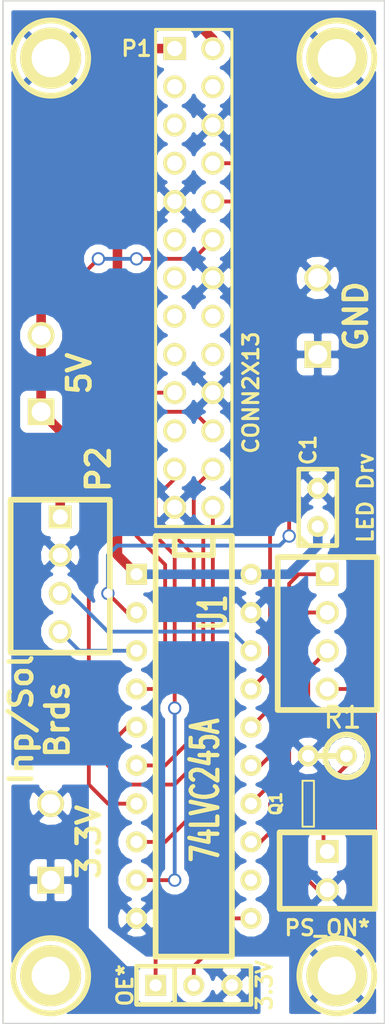
<source format=kicad_pcb>
(kicad_pcb (version 3) (host pcbnew "(2013-07-07 BZR 4022)-stable")

  (general
    (links 42)
    (no_connects 0)
    (area 48.777286 51.308 78.05928 119.888)
    (thickness 1.6)
    (drawings 16)
    (tracks 131)
    (zones 0)
    (modules 16)
    (nets 22)
  )

  (page A3)
  (layers
    (15 F.Cu signal)
    (0 B.Cu signal)
    (16 B.Adhes user)
    (17 F.Adhes user)
    (18 B.Paste user)
    (19 F.Paste user)
    (20 B.SilkS user)
    (21 F.SilkS user)
    (22 B.Mask user)
    (23 F.Mask user)
    (24 Dwgs.User user)
    (25 Cmts.User user)
    (26 Eco1.User user)
    (27 Eco2.User user)
    (28 Edge.Cuts user)
  )

  (setup
    (last_trace_width 0.254)
    (user_trace_width 0.635)
    (trace_clearance 0.254)
    (zone_clearance 0.508)
    (zone_45_only no)
    (trace_min 0.254)
    (segment_width 0.2)
    (edge_width 0.1)
    (via_size 0.889)
    (via_drill 0.635)
    (via_min_size 0.889)
    (via_min_drill 0.508)
    (uvia_size 0.508)
    (uvia_drill 0.127)
    (uvias_allowed no)
    (uvia_min_size 0.508)
    (uvia_min_drill 0.127)
    (pcb_text_width 0.3)
    (pcb_text_size 1.5 1.5)
    (mod_edge_width 0.15)
    (mod_text_size 1 1)
    (mod_text_width 0.15)
    (pad_size 1.5 1.5)
    (pad_drill 0.6)
    (pad_to_mask_clearance 0.1524)
    (aux_axis_origin 53.975 116.205)
    (visible_elements 7FFFFFFF)
    (pcbplotparams
      (layerselection 14712833)
      (usegerberextensions true)
      (excludeedgelayer true)
      (linewidth 0.150000)
      (plotframeref false)
      (viasonmask false)
      (mode 1)
      (useauxorigin false)
      (hpglpennumber 1)
      (hpglpenspeed 20)
      (hpglpendiameter 15)
      (hpglpenoverlay 2)
      (psnegative false)
      (psa4output false)
      (plotreference true)
      (plotvalue true)
      (plotothertext true)
      (plotinvisibletext false)
      (padsonsilk false)
      (subtractmaskfromsilk false)
      (outputformat 1)
      (mirror false)
      (drillshape 0)
      (scaleselection 1)
      (outputdirectory Gerber/))
  )

  (net 0 "")
  (net 1 3.3V)
  (net 2 3.3V_1)
  (net 3 5V)
  (net 4 CS0)
  (net 5 GND)
  (net 6 GPIO18)
  (net 7 GPIO25)
  (net 8 GPIO7)
  (net 9 MOSI)
  (net 10 N-0000025)
  (net 11 N-0000026)
  (net 12 N-0000027)
  (net 13 N-0000029)
  (net 14 N-0000030)
  (net 15 N-0000031)
  (net 16 N-0000032)
  (net 17 N-0000033)
  (net 18 PS_ON*)
  (net 19 RxD)
  (net 20 SCLK)
  (net 21 TxD)

  (net_class Default "This is the default net class."
    (clearance 0.254)
    (trace_width 0.254)
    (via_dia 0.889)
    (via_drill 0.635)
    (uvia_dia 0.508)
    (uvia_drill 0.127)
    (add_net "")
    (add_net 3.3V)
    (add_net 3.3V_1)
    (add_net 5V)
    (add_net CS0)
    (add_net GND)
    (add_net GPIO18)
    (add_net GPIO25)
    (add_net GPIO7)
    (add_net MOSI)
    (add_net N-0000025)
    (add_net N-0000026)
    (add_net N-0000027)
    (add_net N-0000029)
    (add_net N-0000030)
    (add_net N-0000031)
    (add_net N-0000032)
    (add_net N-0000033)
    (add_net PS_ON*)
    (add_net RxD)
    (add_net SCLK)
    (add_net TxD)
  )

  (module SIL-3 (layer F.Cu) (tedit 52C5A858) (tstamp 52C59229)
    (at 63.5 116.84)
    (descr "Connecteur 3 pins")
    (tags "CONN DEV")
    (path /52C58D35)
    (fp_text reference K1 (at 0.127 -2.921) (layer F.SilkS) hide
      (effects (font (size 1.7907 1.07696) (thickness 0.26924)))
    )
    (fp_text value CONN_3 (at 0 -2.54) (layer F.SilkS) hide
      (effects (font (size 1.524 1.016) (thickness 0.3048)))
    )
    (fp_line (start -3.81 1.27) (end -3.81 -1.27) (layer F.SilkS) (width 0.3048))
    (fp_line (start -3.81 -1.27) (end 3.81 -1.27) (layer F.SilkS) (width 0.3048))
    (fp_line (start 3.81 -1.27) (end 3.81 1.27) (layer F.SilkS) (width 0.3048))
    (fp_line (start 3.81 1.27) (end -3.81 1.27) (layer F.SilkS) (width 0.3048))
    (fp_line (start -1.27 -1.27) (end -1.27 1.27) (layer F.SilkS) (width 0.3048))
    (pad 1 thru_hole rect (at -2.54 0) (size 1.397 1.397) (drill 0.8128)
      (layers *.Cu *.Mask F.SilkS)
      (net 16 N-0000032)
    )
    (pad 2 thru_hole circle (at 0 0) (size 1.397 1.397) (drill 0.8128)
      (layers *.Cu *.Mask F.SilkS)
      (net 12 N-0000027)
    )
    (pad 3 thru_hole circle (at 2.54 0) (size 1.397 1.397) (drill 0.8128)
      (layers *.Cu *.Mask F.SilkS)
      (net 2 3.3V_1)
    )
  )

  (module pin_array_13x2 (layer F.Cu) (tedit 52C5A790) (tstamp 52C5924B)
    (at 63.5 69.85 270)
    (descr "2 x 13 pins connector")
    (tags CONN)
    (path /52C5A156)
    (fp_text reference P1 (at -15.24 3.81 360) (layer F.SilkS)
      (effects (font (size 1.016 1.016) (thickness 0.2032)))
    )
    (fp_text value CONN2X13 (at 7.62 -3.81 270) (layer F.SilkS)
      (effects (font (size 1.016 1.016) (thickness 0.2032)))
    )
    (fp_line (start -16.51 2.54) (end 16.51 2.54) (layer F.SilkS) (width 0.2032))
    (fp_line (start 16.51 -2.54) (end -16.51 -2.54) (layer F.SilkS) (width 0.2032))
    (fp_line (start -16.51 -2.54) (end -16.51 2.54) (layer F.SilkS) (width 0.2032))
    (fp_line (start 16.51 2.54) (end 16.51 -2.54) (layer F.SilkS) (width 0.2032))
    (pad 1 thru_hole rect (at -15.24 1.27 270) (size 1.524 1.524) (drill 1.016)
      (layers *.Cu *.Mask F.SilkS)
      (net 1 3.3V)
    )
    (pad 2 thru_hole circle (at -15.24 -1.27 270) (size 1.524 1.524) (drill 1.016)
      (layers *.Cu *.Mask F.SilkS)
      (net 3 5V)
    )
    (pad 3 thru_hole circle (at -12.7 1.27 270) (size 1.524 1.524) (drill 1.016)
      (layers *.Cu *.Mask F.SilkS)
    )
    (pad 4 thru_hole circle (at -12.7 -1.27 270) (size 1.524 1.524) (drill 1.016)
      (layers *.Cu *.Mask F.SilkS)
    )
    (pad 5 thru_hole circle (at -10.16 1.27 270) (size 1.524 1.524) (drill 1.016)
      (layers *.Cu *.Mask F.SilkS)
    )
    (pad 6 thru_hole circle (at -10.16 -1.27 270) (size 1.524 1.524) (drill 1.016)
      (layers *.Cu *.Mask F.SilkS)
      (net 5 GND)
    )
    (pad 7 thru_hole circle (at -7.62 1.27 270) (size 1.524 1.524) (drill 1.016)
      (layers *.Cu *.Mask F.SilkS)
    )
    (pad 8 thru_hole circle (at -7.62 -1.27 270) (size 1.524 1.524) (drill 1.016)
      (layers *.Cu *.Mask F.SilkS)
      (net 21 TxD)
    )
    (pad 9 thru_hole circle (at -5.08 1.27 270) (size 1.524 1.524) (drill 1.016)
      (layers *.Cu *.Mask F.SilkS)
      (net 5 GND)
    )
    (pad 10 thru_hole circle (at -5.08 -1.27 270) (size 1.524 1.524) (drill 1.016)
      (layers *.Cu *.Mask F.SilkS)
      (net 19 RxD)
    )
    (pad 11 thru_hole circle (at -2.54 1.27 270) (size 1.524 1.524) (drill 1.016)
      (layers *.Cu *.Mask F.SilkS)
    )
    (pad 12 thru_hole circle (at -2.54 -1.27 270) (size 1.524 1.524) (drill 1.016)
      (layers *.Cu *.Mask F.SilkS)
      (net 6 GPIO18)
    )
    (pad 13 thru_hole circle (at 0 1.27 270) (size 1.524 1.524) (drill 1.016)
      (layers *.Cu *.Mask F.SilkS)
    )
    (pad 14 thru_hole circle (at 0 -1.27 270) (size 1.524 1.524) (drill 1.016)
      (layers *.Cu *.Mask F.SilkS)
      (net 5 GND)
    )
    (pad 15 thru_hole circle (at 2.54 1.27 270) (size 1.524 1.524) (drill 1.016)
      (layers *.Cu *.Mask F.SilkS)
    )
    (pad 16 thru_hole circle (at 2.54 -1.27 270) (size 1.524 1.524) (drill 1.016)
      (layers *.Cu *.Mask F.SilkS)
    )
    (pad 17 thru_hole circle (at 5.08 1.27 270) (size 1.524 1.524) (drill 1.016)
      (layers *.Cu *.Mask F.SilkS)
    )
    (pad 18 thru_hole circle (at 5.08 -1.27 270) (size 1.524 1.524) (drill 1.016)
      (layers *.Cu *.Mask F.SilkS)
    )
    (pad 19 thru_hole circle (at 7.62 1.27 270) (size 1.524 1.524) (drill 1.016)
      (layers *.Cu *.Mask F.SilkS)
      (net 9 MOSI)
    )
    (pad 20 thru_hole circle (at 7.62 -1.27 270) (size 1.524 1.524) (drill 1.016)
      (layers *.Cu *.Mask F.SilkS)
      (net 5 GND)
    )
    (pad 21 thru_hole circle (at 10.16 1.27 270) (size 1.524 1.524) (drill 1.016)
      (layers *.Cu *.Mask F.SilkS)
    )
    (pad 22 thru_hole circle (at 10.16 -1.27 270) (size 1.524 1.524) (drill 1.016)
      (layers *.Cu *.Mask F.SilkS)
      (net 7 GPIO25)
    )
    (pad 23 thru_hole circle (at 12.7 1.27 270) (size 1.524 1.524) (drill 1.016)
      (layers *.Cu *.Mask F.SilkS)
      (net 20 SCLK)
    )
    (pad 24 thru_hole circle (at 12.7 -1.27 270) (size 1.524 1.524) (drill 1.016)
      (layers *.Cu *.Mask F.SilkS)
      (net 4 CS0)
    )
    (pad 25 thru_hole circle (at 15.24 1.27 270) (size 1.524 1.524) (drill 1.016)
      (layers *.Cu *.Mask F.SilkS)
      (net 5 GND)
    )
    (pad 26 thru_hole circle (at 15.24 -1.27 270) (size 1.524 1.524) (drill 1.016)
      (layers *.Cu *.Mask F.SilkS)
      (net 8 GPIO7)
    )
    (model pin_array/pins_array_13x2.wrl
      (at (xyz 0 0 0))
      (scale (xyz 1 1 1))
      (rotate (xyz 0 0 0))
    )
  )

  (module DIP-20__300 (layer F.Cu) (tedit 52C5A844) (tstamp 52C5926A)
    (at 63.5 100.965 270)
    (descr "20 pins DIL package, round pads")
    (tags DIL)
    (path /52C58D08)
    (fp_text reference U1 (at -8.89 -1.27 270) (layer F.SilkS)
      (effects (font (size 1.778 1.143) (thickness 0.3048)))
    )
    (fp_text value 74LVC245A (at 2.921 -0.762 270) (layer F.SilkS)
      (effects (font (size 1.778 1.143) (thickness 0.3048)))
    )
    (fp_line (start -13.97 -1.27) (end -12.7 -1.27) (layer F.SilkS) (width 0.381))
    (fp_line (start -12.7 -1.27) (end -12.7 1.27) (layer F.SilkS) (width 0.381))
    (fp_line (start -12.7 1.27) (end -13.97 1.27) (layer F.SilkS) (width 0.381))
    (fp_line (start -13.97 -2.54) (end 13.97 -2.54) (layer F.SilkS) (width 0.381))
    (fp_line (start 13.97 -2.54) (end 13.97 2.54) (layer F.SilkS) (width 0.381))
    (fp_line (start 13.97 2.54) (end -13.97 2.54) (layer F.SilkS) (width 0.381))
    (fp_line (start -13.97 2.54) (end -13.97 -2.54) (layer F.SilkS) (width 0.381))
    (pad 1 thru_hole rect (at -11.43 3.81 270) (size 1.397 1.397) (drill 0.8128)
      (layers *.Cu *.Mask F.SilkS)
      (net 1 3.3V)
    )
    (pad 2 thru_hole circle (at -8.89 3.81 270) (size 1.397 1.397) (drill 0.8128)
      (layers *.Cu *.Mask F.SilkS)
      (net 21 TxD)
    )
    (pad 3 thru_hole circle (at -6.35 3.81 270) (size 1.397 1.397) (drill 0.8128)
      (layers *.Cu *.Mask F.SilkS)
      (net 14 N-0000030)
    )
    (pad 4 thru_hole circle (at -3.81 3.81 270) (size 1.397 1.397) (drill 0.8128)
      (layers *.Cu *.Mask F.SilkS)
      (net 9 MOSI)
    )
    (pad 5 thru_hole circle (at -1.27 3.81 270) (size 1.397 1.397) (drill 0.8128)
      (layers *.Cu *.Mask F.SilkS)
      (net 4 CS0)
    )
    (pad 6 thru_hole circle (at 1.27 3.81 270) (size 1.397 1.397) (drill 0.8128)
      (layers *.Cu *.Mask F.SilkS)
      (net 20 SCLK)
    )
    (pad 7 thru_hole circle (at 3.81 3.81 270) (size 1.397 1.397) (drill 0.8128)
      (layers *.Cu *.Mask F.SilkS)
      (net 6 GPIO18)
    )
    (pad 8 thru_hole circle (at 6.35 3.81 270) (size 1.397 1.397) (drill 0.8128)
      (layers *.Cu *.Mask F.SilkS)
      (net 8 GPIO7)
    )
    (pad 9 thru_hole circle (at 8.89 3.81 270) (size 1.397 1.397) (drill 0.8128)
      (layers *.Cu *.Mask F.SilkS)
      (net 7 GPIO25)
    )
    (pad 10 thru_hole circle (at 11.43 3.81 270) (size 1.397 1.397) (drill 0.8128)
      (layers *.Cu *.Mask F.SilkS)
      (net 5 GND)
    )
    (pad 11 thru_hole circle (at 11.43 -3.81 270) (size 1.397 1.397) (drill 0.8128)
      (layers *.Cu *.Mask F.SilkS)
      (net 16 N-0000032)
    )
    (pad 12 thru_hole circle (at 8.89 -3.81 270) (size 1.397 1.397) (drill 0.8128)
      (layers *.Cu *.Mask F.SilkS)
    )
    (pad 13 thru_hole circle (at 6.35 -3.81 270) (size 1.397 1.397) (drill 0.8128)
      (layers *.Cu *.Mask F.SilkS)
      (net 10 N-0000025)
    )
    (pad 14 thru_hole circle (at 3.81 -3.81 270) (size 1.397 1.397) (drill 0.8128)
      (layers *.Cu *.Mask F.SilkS)
      (net 17 N-0000033)
    )
    (pad 15 thru_hole circle (at 1.27 -3.81 270) (size 1.397 1.397) (drill 0.8128)
      (layers *.Cu *.Mask F.SilkS)
      (net 11 N-0000026)
    )
    (pad 16 thru_hole circle (at -1.27 -3.81 270) (size 1.397 1.397) (drill 0.8128)
      (layers *.Cu *.Mask F.SilkS)
      (net 15 N-0000031)
    )
    (pad 17 thru_hole circle (at -3.81 -3.81 270) (size 1.397 1.397) (drill 0.8128)
      (layers *.Cu *.Mask F.SilkS)
      (net 19 RxD)
    )
    (pad 18 thru_hole circle (at -6.35 -3.81 270) (size 1.397 1.397) (drill 0.8128)
      (layers *.Cu *.Mask F.SilkS)
      (net 13 N-0000029)
    )
    (pad 19 thru_hole circle (at -8.89 -3.81 270) (size 1.397 1.397) (drill 0.8128)
      (layers *.Cu *.Mask F.SilkS)
      (net 5 GND)
    )
    (pad 20 thru_hole circle (at -11.43 -3.81 270) (size 1.397 1.397) (drill 0.8128)
      (layers *.Cu *.Mask F.SilkS)
      (net 1 3.3V)
    )
    (model dil/dil_20.wrl
      (at (xyz 0 0 0))
      (scale (xyz 1 1 1))
      (rotate (xyz 0 0 0))
    )
  )

  (module C1 (layer F.Cu) (tedit 52C5E21B) (tstamp 52C59275)
    (at 71.755 85.09 90)
    (descr "Condensateur e = 1 pas")
    (tags C)
    (path /52C59A8D)
    (fp_text reference C1 (at 3.81 -0.635 90) (layer F.SilkS)
      (effects (font (size 1.016 1.016) (thickness 0.2032)))
    )
    (fp_text value .1uF (at 0 -2.286 90) (layer F.SilkS) hide
      (effects (font (size 1.016 1.016) (thickness 0.2032)))
    )
    (fp_line (start -2.4892 -1.27) (end 2.54 -1.27) (layer F.SilkS) (width 0.3048))
    (fp_line (start 2.54 -1.27) (end 2.54 1.27) (layer F.SilkS) (width 0.3048))
    (fp_line (start 2.54 1.27) (end -2.54 1.27) (layer F.SilkS) (width 0.3048))
    (fp_line (start -2.54 1.27) (end -2.54 -1.27) (layer F.SilkS) (width 0.3048))
    (fp_line (start -2.54 -0.635) (end -1.905 -1.27) (layer F.SilkS) (width 0.3048))
    (pad 1 thru_hole circle (at -1.27 0 90) (size 1.397 1.397) (drill 0.8128)
      (layers *.Cu *.Mask F.SilkS)
      (net 1 3.3V)
    )
    (pad 2 thru_hole circle (at 1.27 0 90) (size 1.397 1.397) (drill 0.8128)
      (layers *.Cu *.Mask F.SilkS)
      (net 5 GND)
    )
    (model discret/capa_1_pas.wrl
      (at (xyz 0 0 0))
      (scale (xyz 1 1 1))
      (rotate (xyz 0 0 0))
    )
  )

  (module 00_th1x4x100-lock (layer F.Cu) (tedit 52C846C7) (tstamp 52C59281)
    (at 54.61 89.535 270)
    (path /52C58D26)
    (fp_text reference P2 (at -6.985 -2.54 270) (layer F.SilkS)
      (effects (font (size 1.524 1.524) (thickness 0.3048)))
    )
    (fp_text value CONN_4 (at 0 2.54 270) (layer F.SilkS) hide
      (effects (font (size 1.524 1.524) (thickness 0.3048)))
    )
    (fp_line (start -4.953 3.302) (end 5.207 3.302) (layer F.SilkS) (width 0.381))
    (fp_line (start -4.953 -3.302) (end 5.207 -3.302) (layer F.SilkS) (width 0.381))
    (fp_line (start 5.207 -3.175) (end 5.207 3.175) (layer F.SilkS) (width 0.381))
    (fp_line (start -4.953 3.175) (end -4.953 -3.175) (layer F.SilkS) (width 0.381))
    (pad 1 thru_hole rect (at -3.81 0 270) (size 1.524 1.524) (drill 1.00076)
      (layers *.Cu *.Mask F.SilkS)
      (net 3 5V)
    )
    (pad 2 thru_hole circle (at -1.27 0 270) (size 1.524 1.524) (drill 1.00076)
      (layers *.Cu *.Mask F.SilkS)
      (net 5 GND)
    )
    (pad 3 thru_hole circle (at 1.27 0 270) (size 1.524 1.524) (drill 1.00076)
      (layers *.Cu *.Mask F.SilkS)
      (net 13 N-0000029)
    )
    (pad 4 thru_hole circle (at 3.81 0 270) (size 1.524 1.524) (drill 1.00076)
      (layers *.Cu *.Mask F.SilkS)
      (net 14 N-0000030)
    )
  )

  (module 00_th1x4x100-lock (layer F.Cu) (tedit 52C5E22C) (tstamp 52C5928D)
    (at 72.39 93.345 270)
    (path /52C58ED3)
    (fp_text reference P3 (at 6.985 -2.54 270) (layer F.SilkS) hide
      (effects (font (size 1.524 1.524) (thickness 0.3048)))
    )
    (fp_text value CONN_4 (at 0 2.54 270) (layer F.SilkS) hide
      (effects (font (size 1.524 1.524) (thickness 0.3048)))
    )
    (fp_line (start -4.953 3.302) (end 5.207 3.302) (layer F.SilkS) (width 0.381))
    (fp_line (start -4.953 -3.302) (end 5.207 -3.302) (layer F.SilkS) (width 0.381))
    (fp_line (start 5.207 -3.175) (end 5.207 3.175) (layer F.SilkS) (width 0.381))
    (fp_line (start -4.953 3.175) (end -4.953 -3.175) (layer F.SilkS) (width 0.381))
    (pad 1 thru_hole rect (at -3.81 0 270) (size 1.524 1.524) (drill 1.00076)
      (layers *.Cu *.Mask F.SilkS)
      (net 15 N-0000031)
    )
    (pad 2 thru_hole circle (at -1.27 0 270) (size 1.524 1.524) (drill 1.00076)
      (layers *.Cu *.Mask F.SilkS)
      (net 11 N-0000026)
    )
    (pad 3 thru_hole circle (at 1.27 0 270) (size 1.524 1.524) (drill 1.00076)
      (layers *.Cu *.Mask F.SilkS)
      (net 17 N-0000033)
    )
    (pad 4 thru_hole circle (at 3.81 0 270) (size 1.524 1.524) (drill 1.00076)
      (layers *.Cu *.Mask F.SilkS)
      (net 12 N-0000027)
    )
  )

  (module 00_th1x2x200 (layer F.Cu) (tedit 52C5A781) (tstamp 52C5929F)
    (at 53.34 76.2 90)
    (path /52C58D17)
    (fp_text reference P5 (at 0 -2.032 90) (layer F.SilkS) hide
      (effects (font (size 1.524 1.524) (thickness 0.3048)))
    )
    (fp_text value SPADE_187 (at 0 0.254 90) (layer F.SilkS) hide
      (effects (font (size 1.524 1.524) (thickness 0.3048)))
    )
    (pad 1 thru_hole rect (at -2.54 0 90) (size 1.778 1.778) (drill 1.27)
      (layers *.Cu *.Mask F.SilkS)
      (net 3 5V)
    )
    (pad 2 thru_hole circle (at 2.54 0 90) (size 1.778 1.778) (drill 1.27)
      (layers *.Cu *.Mask F.SilkS)
      (net 3 5V)
    )
  )

  (module 00_th1x2x200 (layer F.Cu) (tedit 52C5A7AF) (tstamp 52C592A5)
    (at 53.975 107.315 90)
    (path /52C5983A)
    (fp_text reference P6 (at 0 -2.032 90) (layer F.SilkS) hide
      (effects (font (size 1.524 1.524) (thickness 0.3048)))
    )
    (fp_text value SPADE_187 (at 0 0.254 90) (layer F.SilkS) hide
      (effects (font (size 1.524 1.524) (thickness 0.3048)))
    )
    (pad 1 thru_hole rect (at -2.54 0 90) (size 1.778 1.778) (drill 1.27)
      (layers *.Cu *.Mask F.SilkS)
      (net 2 3.3V_1)
    )
    (pad 2 thru_hole circle (at 2.54 0 90) (size 1.778 1.778) (drill 1.27)
      (layers *.Cu *.Mask F.SilkS)
      (net 2 3.3V_1)
    )
  )

  (module 00_th1x2x200 (layer F.Cu) (tedit 52C5A789) (tstamp 52C592AB)
    (at 71.755 72.39 90)
    (path /52C59840)
    (fp_text reference P7 (at 0 -2.032 90) (layer F.SilkS) hide
      (effects (font (size 1.524 1.524) (thickness 0.3048)))
    )
    (fp_text value SPADE_187 (at 0 0.254 90) (layer F.SilkS) hide
      (effects (font (size 1.524 1.524) (thickness 0.3048)))
    )
    (pad 1 thru_hole rect (at -2.54 0 90) (size 1.778 1.778) (drill 1.27)
      (layers *.Cu *.Mask F.SilkS)
      (net 5 GND)
    )
    (pad 2 thru_hole circle (at 2.54 0 90) (size 1.778 1.778) (drill 1.27)
      (layers *.Cu *.Mask F.SilkS)
      (net 5 GND)
    )
  )

  (module 00_th1x2x100-lock (layer F.Cu) (tedit 52C5E236) (tstamp 52C5D837)
    (at 72.39 109.22 270)
    (path /52C5D72A)
    (fp_text reference P9 (at 0 -4.50088 270) (layer F.SilkS) hide
      (effects (font (size 1.524 1.524) (thickness 0.3048)))
    )
    (fp_text value CONN_2 (at 0 2.54 270) (layer F.SilkS) hide
      (effects (font (size 1.524 1.524) (thickness 0.3048)))
    )
    (fp_line (start -2.54 -3.175) (end 2.54 -3.175) (layer F.SilkS) (width 0.381))
    (fp_line (start 2.54 -3.175) (end 2.54 3.175) (layer F.SilkS) (width 0.381))
    (fp_line (start 2.54 3.175) (end -2.54 3.175) (layer F.SilkS) (width 0.381))
    (fp_line (start -2.54 3.175) (end -2.54 -3.175) (layer F.SilkS) (width 0.381))
    (pad 1 thru_hole rect (at -1.27 0 270) (size 1.524 1.524) (drill 1.00076)
      (layers *.Cu *.Mask F.SilkS)
      (net 18 PS_ON*)
    )
    (pad 2 thru_hole circle (at 1.27 0 270) (size 1.524 1.524) (drill 1.00076)
      (layers *.Cu *.Mask F.SilkS)
      (net 5 GND)
    )
  )

  (module 00_mtg_hole-2-56 (layer F.Cu) (tedit 50E739BF) (tstamp 52C5D848)
    (at 73.025 55.245)
    (descr "module 1 pin (ou trou mecanique de percage)")
    (tags DEV)
    (path /52C5DC02)
    (fp_text reference P8 (at 0 -3.048) (layer F.SilkS) hide
      (effects (font (size 1.016 1.016) (thickness 0.254)))
    )
    (fp_text value TST (at 0 2.794) (layer F.SilkS) hide
      (effects (font (size 1.016 1.016) (thickness 0.254)))
    )
    (fp_circle (center 0 0) (end -2.49936 0) (layer F.SilkS) (width 0.381))
    (pad 1 thru_hole circle (at 0 0) (size 4.064 4.064) (drill 2.54)
      (layers *.Cu *.Mask F.SilkS)
      (net 5 GND)
    )
  )

  (module 00_mtg_hole-2-56 (layer F.Cu) (tedit 50E739BF) (tstamp 52C5E12B)
    (at 53.975 55.245)
    (descr "module 1 pin (ou trou mecanique de percage)")
    (tags DEV)
    (path /52C5DC0F)
    (fp_text reference P10 (at 0 -3.048) (layer F.SilkS) hide
      (effects (font (size 1.016 1.016) (thickness 0.254)))
    )
    (fp_text value TST (at 0 2.794) (layer F.SilkS) hide
      (effects (font (size 1.016 1.016) (thickness 0.254)))
    )
    (fp_circle (center 0 0) (end -2.49936 0) (layer F.SilkS) (width 0.381))
    (pad 1 thru_hole circle (at 0 0) (size 4.064 4.064) (drill 2.54)
      (layers *.Cu *.Mask F.SilkS)
      (net 5 GND)
    )
  )

  (module 00_mtg_hole-2-56 (layer F.Cu) (tedit 50E739BF) (tstamp 52C5D854)
    (at 53.975 116.205)
    (descr "module 1 pin (ou trou mecanique de percage)")
    (tags DEV)
    (path /52C5DC1C)
    (fp_text reference P11 (at 0 -3.048) (layer F.SilkS) hide
      (effects (font (size 1.016 1.016) (thickness 0.254)))
    )
    (fp_text value TST (at 0 2.794) (layer F.SilkS) hide
      (effects (font (size 1.016 1.016) (thickness 0.254)))
    )
    (fp_circle (center 0 0) (end -2.49936 0) (layer F.SilkS) (width 0.381))
    (pad 1 thru_hole circle (at 0 0) (size 4.064 4.064) (drill 2.54)
      (layers *.Cu *.Mask F.SilkS)
    )
  )

  (module 00_sot23gds (layer F.Cu) (tedit 4F75CDEF) (tstamp 52C5DA4A)
    (at 71.12 104.775 90)
    (descr "Module CMS SOT23 Transistore EBC")
    (tags "CMS SOT")
    (path /52C5D4AE)
    (attr smd)
    (fp_text reference Q1 (at 0 -2.159 90) (layer F.SilkS)
      (effects (font (size 0.762 0.762) (thickness 0.1905)))
    )
    (fp_text value MOSFET_N (at 0 0 90) (layer F.SilkS) hide
      (effects (font (size 0.762 0.762) (thickness 0.1905)))
    )
    (fp_line (start -1.524 -0.381) (end 1.524 -0.381) (layer F.SilkS) (width 0.127))
    (fp_line (start 1.524 -0.381) (end 1.524 0.381) (layer F.SilkS) (width 0.127))
    (fp_line (start 1.524 0.381) (end -1.524 0.381) (layer F.SilkS) (width 0.127))
    (fp_line (start -1.524 0.381) (end -1.524 -0.381) (layer F.SilkS) (width 0.127))
    (pad S smd rect (at -0.889 -1.016 90) (size 0.9144 0.9144)
      (layers F.Cu F.Paste F.Mask)
      (net 5 GND)
    )
    (pad G smd rect (at 0.889 -1.016 90) (size 0.9144 0.9144)
      (layers F.Cu F.Paste F.Mask)
      (net 10 N-0000025)
    )
    (pad D smd rect (at 0 1.016 90) (size 0.9144 0.9144)
      (layers F.Cu F.Paste F.Mask)
      (net 18 PS_ON*)
    )
    (model smd/cms_sot23.wrl
      (at (xyz 0 0 0))
      (scale (xyz 0.13 0.15 0.15))
      (rotate (xyz 0 0 0))
    )
  )

  (module 00_mtg_hole-2-56 (layer F.Cu) (tedit 50E739BF) (tstamp 52C5DA50)
    (at 73.025 116.205)
    (descr "module 1 pin (ou trou mecanique de percage)")
    (tags DEV)
    (path /52C5DB7C)
    (fp_text reference P4 (at 0 -3.048) (layer F.SilkS) hide
      (effects (font (size 1.016 1.016) (thickness 0.254)))
    )
    (fp_text value TST (at 0 2.794) (layer F.SilkS) hide
      (effects (font (size 1.016 1.016) (thickness 0.254)))
    )
    (fp_circle (center 0 0) (end -2.49936 0) (layer F.SilkS) (width 0.381))
    (pad 1 thru_hole circle (at 0 0) (size 4.064 4.064) (drill 2.54)
      (layers *.Cu *.Mask F.SilkS)
      (net 5 GND)
    )
  )

  (module R1 (layer F.Cu) (tedit 200000) (tstamp 52C6B51C)
    (at 72.39 101.6 180)
    (descr "Resistance verticale")
    (tags R)
    (path /52C6B536)
    (autoplace_cost90 10)
    (autoplace_cost180 10)
    (fp_text reference R1 (at -1.016 2.54 180) (layer F.SilkS)
      (effects (font (size 1.397 1.27) (thickness 0.2032)))
    )
    (fp_text value 10K (at -1.143 2.54 180) (layer F.SilkS) hide
      (effects (font (size 1.397 1.27) (thickness 0.2032)))
    )
    (fp_line (start -1.27 0) (end 1.27 0) (layer F.SilkS) (width 0.381))
    (fp_circle (center -1.27 0) (end -0.635 1.27) (layer F.SilkS) (width 0.381))
    (pad 1 thru_hole circle (at -1.27 0 180) (size 1.397 1.397) (drill 0.8128)
      (layers *.Cu *.Mask F.SilkS)
      (net 10 N-0000025)
    )
    (pad 2 thru_hole circle (at 1.27 0 180) (size 1.397 1.397) (drill 0.8128)
      (layers *.Cu *.Mask F.SilkS)
      (net 5 GND)
    )
    (model discret/verti_resistor.wrl
      (at (xyz 0 0 0))
      (scale (xyz 1 1 1))
      (rotate (xyz 0 0 0))
    )
  )

  (target plus (at 53.975 116.205) (size 0.005) (width 0.1) (layer Edge.Cuts))
  (target plus (at 53.975 116.205) (size 0.005) (width 0.1) (layer Edge.Cuts))
  (target plus (at 53.975 116.205) (size 0.005) (width 0.1) (layer Edge.Cuts))
  (target plus (at 53.975 116.205) (size 0.005) (width 0.1) (layer Edge.Cuts))
  (gr_text PS_ON* (at 72.39 113.03) (layer F.SilkS)
    (effects (font (size 1.016 1.016) (thickness 0.2032)))
  )
  (gr_text "LED Drv" (at 74.93 84.455 90) (layer F.SilkS)
    (effects (font (size 1.016 1.016) (thickness 0.2032)))
  )
  (gr_text "Inp/Sol\nBrds" (at 53.213 99.187 90) (layer F.SilkS)
    (effects (font (size 1.5 1.5) (thickness 0.3)))
  )
  (gr_text OE* (at 58.928 116.84 90) (layer F.SilkS)
    (effects (font (size 1.016 1.016) (thickness 0.2032)))
  )
  (gr_text 3.3V (at 68.199 116.84 90) (layer F.SilkS)
    (effects (font (size 1.016 1.016) (thickness 0.2032)))
  )
  (gr_text 3.3V (at 56.515 107.315 90) (layer F.SilkS)
    (effects (font (size 1.5 1.5) (thickness 0.3)))
  )
  (gr_text GND (at 74.295 72.39 90) (layer F.SilkS)
    (effects (font (size 1.5 1.5) (thickness 0.3)))
  )
  (gr_text 5V (at 55.88 76.2 90) (layer F.SilkS)
    (effects (font (size 1.5 1.5) (thickness 0.3)))
  )
  (gr_line (start 76.2 51.435) (end 50.8 51.435) (angle 90) (layer Edge.Cuts) (width 0.1))
  (gr_line (start 76.2 119.38) (end 76.2 51.435) (angle 90) (layer Edge.Cuts) (width 0.1))
  (gr_line (start 50.8 119.38) (end 76.2 119.38) (angle 90) (layer Edge.Cuts) (width 0.1))
  (gr_line (start 50.8 51.435) (end 50.8 119.38) (angle 90) (layer Edge.Cuts) (width 0.1))

  (segment (start 67.31 89.535) (end 69.85 89.535) (width 0.635) (layer B.Cu) (net 1))
  (segment (start 71.755 87.63) (end 71.755 86.36) (width 0.635) (layer B.Cu) (net 1) (tstamp 52C6B556))
  (segment (start 69.85 89.535) (end 71.755 87.63) (width 0.635) (layer B.Cu) (net 1) (tstamp 52C6B554))
  (segment (start 62.23 54.61) (end 60.325 54.61) (width 0.635) (layer F.Cu) (net 1))
  (segment (start 58.42 88.265) (end 59.69 89.535) (width 0.635) (layer F.Cu) (net 1) (tstamp 52C59B8A))
  (segment (start 58.42 56.515) (end 58.42 88.265) (width 0.635) (layer F.Cu) (net 1) (tstamp 52C59B88))
  (segment (start 60.325 54.61) (end 58.42 56.515) (width 0.635) (layer F.Cu) (net 1) (tstamp 52C59B81))
  (segment (start 67.31 89.535) (end 59.69 89.535) (width 0.635) (layer B.Cu) (net 1))
  (segment (start 54.61 85.725) (end 54.61 80.01) (width 0.635) (layer F.Cu) (net 3))
  (segment (start 54.61 80.01) (end 53.34 78.74) (width 0.635) (layer F.Cu) (net 3))
  (segment (start 53.34 73.66) (end 53.34 78.74) (width 0.635) (layer F.Cu) (net 3))
  (segment (start 57.15 64.135) (end 53.34 67.945) (width 0.635) (layer F.Cu) (net 3))
  (segment (start 64.77 53.975) (end 63.5 52.705) (width 0.635) (layer F.Cu) (net 3) (tstamp 52C595EB))
  (segment (start 63.5 52.705) (end 58.42 52.705) (width 0.635) (layer F.Cu) (net 3) (tstamp 52C595ED))
  (segment (start 58.42 52.705) (end 57.15 53.975) (width 0.635) (layer F.Cu) (net 3) (tstamp 52C595F0))
  (segment (start 64.77 54.61) (end 64.77 53.975) (width 0.635) (layer F.Cu) (net 3))
  (segment (start 57.15 53.975) (end 57.15 64.135) (width 0.635) (layer F.Cu) (net 3))
  (segment (start 53.34 67.945) (end 53.34 73.66) (width 0.635) (layer F.Cu) (net 3) (tstamp 52C5E0D9))
  (segment (start 64.77 82.55) (end 63.5 83.82) (width 0.254) (layer F.Cu) (net 4))
  (segment (start 59.055 99.695) (end 59.69 99.695) (width 0.254) (layer F.Cu) (net 4) (tstamp 52C59A68))
  (segment (start 57.785 100.965) (end 59.055 99.695) (width 0.254) (layer F.Cu) (net 4) (tstamp 52C59A66))
  (segment (start 57.785 102.235) (end 57.785 100.965) (width 0.254) (layer F.Cu) (net 4) (tstamp 52C59A64))
  (segment (start 59.055 103.505) (end 57.785 102.235) (width 0.254) (layer F.Cu) (net 4) (tstamp 52C59A62))
  (segment (start 62.23 103.505) (end 59.055 103.505) (width 0.254) (layer F.Cu) (net 4) (tstamp 52C59A60))
  (segment (start 64.135 101.6) (end 62.23 103.505) (width 0.254) (layer F.Cu) (net 4) (tstamp 52C59A5C))
  (segment (start 64.135 86.995) (end 64.135 101.6) (width 0.254) (layer F.Cu) (net 4) (tstamp 52C59A44))
  (segment (start 63.5 86.36) (end 64.135 86.995) (width 0.254) (layer F.Cu) (net 4) (tstamp 52C59A40))
  (segment (start 63.5 83.82) (end 63.5 86.36) (width 0.254) (layer F.Cu) (net 4) (tstamp 52C59A3F))
  (segment (start 72.39 110.49) (end 71.755 110.49) (width 0.254) (layer F.Cu) (net 5))
  (segment (start 70.104 108.839) (end 70.104 105.664) (width 0.254) (layer F.Cu) (net 5) (tstamp 52C5DF23))
  (segment (start 71.755 110.49) (end 70.104 108.839) (width 0.254) (layer F.Cu) (net 5) (tstamp 52C5DF1D))
  (segment (start 56.515 103.505) (end 57.785 104.775) (width 0.254) (layer F.Cu) (net 6))
  (via (at 59.69 68.58) (size 0.889) (layers F.Cu B.Cu) (net 6))
  (segment (start 59.69 68.58) (end 57.15 68.58) (width 0.254) (layer B.Cu) (net 6) (tstamp 52C597B9))
  (via (at 57.15 68.58) (size 0.889) (layers F.Cu B.Cu) (net 6))
  (segment (start 57.15 68.58) (end 55.88 69.85) (width 0.254) (layer F.Cu) (net 6) (tstamp 52C597BD))
  (segment (start 55.88 69.85) (end 55.88 84.455) (width 0.254) (layer F.Cu) (net 6) (tstamp 52C597BE))
  (segment (start 55.88 84.455) (end 56.515 85.09) (width 0.254) (layer F.Cu) (net 6) (tstamp 52C597D9))
  (segment (start 56.515 85.09) (end 56.515 103.505) (width 0.254) (layer F.Cu) (net 6) (tstamp 52C597E3))
  (segment (start 64.77 67.31) (end 63.5 68.58) (width 0.254) (layer F.Cu) (net 6))
  (segment (start 63.5 68.58) (end 59.69 68.58) (width 0.254) (layer F.Cu) (net 6))
  (segment (start 57.785 104.775) (end 59.69 104.775) (width 0.254) (layer F.Cu) (net 6) (tstamp 52C59812))
  (segment (start 62.23 88.265) (end 62.23 98.425) (width 0.254) (layer F.Cu) (net 7))
  (segment (start 64.77 80.01) (end 63.5 78.74) (width 0.254) (layer F.Cu) (net 7))
  (segment (start 60.325 86.36) (end 62.23 88.265) (width 0.254) (layer F.Cu) (net 7) (tstamp 52C59858))
  (segment (start 60.325 79.375) (end 60.325 86.36) (width 0.254) (layer F.Cu) (net 7) (tstamp 52C59855))
  (segment (start 60.96 78.74) (end 60.325 79.375) (width 0.254) (layer F.Cu) (net 7) (tstamp 52C59847))
  (segment (start 63.5 78.74) (end 60.96 78.74) (width 0.254) (layer F.Cu) (net 7) (tstamp 52C59844))
  (via (at 62.23 109.855) (size 0.889) (layers F.Cu B.Cu) (net 7))
  (segment (start 62.23 98.425) (end 62.23 109.855) (width 0.254) (layer B.Cu) (net 7) (tstamp 52C599AE))
  (via (at 62.23 98.425) (size 0.889) (layers F.Cu B.Cu) (net 7))
  (segment (start 62.23 109.855) (end 59.69 109.855) (width 0.254) (layer F.Cu) (net 7) (tstamp 52C599B5))
  (segment (start 64.77 85.09) (end 64.77 104.14) (width 0.254) (layer F.Cu) (net 8))
  (segment (start 61.595 107.315) (end 59.69 107.315) (width 0.254) (layer F.Cu) (net 8) (tstamp 52C59A6E))
  (segment (start 64.77 104.14) (end 61.595 107.315) (width 0.254) (layer F.Cu) (net 8) (tstamp 52C59A6A))
  (segment (start 61.595 88.9) (end 61.595 96.52) (width 0.254) (layer F.Cu) (net 9))
  (segment (start 60.96 77.47) (end 59.69 78.74) (width 0.254) (layer F.Cu) (net 9) (tstamp 52C59898))
  (segment (start 59.69 78.74) (end 59.69 86.995) (width 0.254) (layer F.Cu) (net 9) (tstamp 52C5989D))
  (segment (start 59.69 86.995) (end 61.595 88.9) (width 0.254) (layer F.Cu) (net 9) (tstamp 52C598A1))
  (segment (start 62.23 77.47) (end 60.96 77.47) (width 0.254) (layer F.Cu) (net 9))
  (segment (start 60.96 97.155) (end 59.69 97.155) (width 0.254) (layer F.Cu) (net 9) (tstamp 52C599CF))
  (segment (start 61.595 96.52) (end 60.96 97.155) (width 0.254) (layer F.Cu) (net 9) (tstamp 52C599CC))
  (segment (start 70.104 103.886) (end 70.739 103.886) (width 0.254) (layer F.Cu) (net 10))
  (segment (start 73.66 102.235) (end 73.66 101.6) (width 0.254) (layer F.Cu) (net 10) (tstamp 52C6B680))
  (segment (start 73.025 102.87) (end 73.66 102.235) (width 0.254) (layer F.Cu) (net 10) (tstamp 52C6B67F))
  (segment (start 71.755 102.87) (end 73.025 102.87) (width 0.254) (layer F.Cu) (net 10) (tstamp 52C6B67B))
  (segment (start 70.739 103.886) (end 71.755 102.87) (width 0.254) (layer F.Cu) (net 10) (tstamp 52C6B679))
  (segment (start 70.104 103.886) (end 69.469 103.886) (width 0.254) (layer F.Cu) (net 10))
  (segment (start 67.945 107.315) (end 67.31 107.315) (width 0.254) (layer F.Cu) (net 10) (tstamp 52C5DF35))
  (segment (start 68.58 106.68) (end 67.945 107.315) (width 0.254) (layer F.Cu) (net 10) (tstamp 52C5DF33))
  (segment (start 68.58 104.775) (end 68.58 106.68) (width 0.254) (layer F.Cu) (net 10) (tstamp 52C5DF30))
  (segment (start 69.469 103.886) (end 68.58 104.775) (width 0.254) (layer F.Cu) (net 10) (tstamp 52C5DF2C))
  (segment (start 72.39 92.075) (end 71.12 92.075) (width 0.254) (layer F.Cu) (net 11))
  (segment (start 70.485 92.71) (end 71.12 92.075) (width 0.254) (layer F.Cu) (net 11) (tstamp 52C6B5F5))
  (segment (start 70.485 98.425) (end 69.215 99.695) (width 0.254) (layer F.Cu) (net 11))
  (segment (start 69.215 99.695) (end 69.215 100.965) (width 0.254) (layer F.Cu) (net 11) (tstamp 52C5DEA3))
  (segment (start 67.945 102.235) (end 67.31 102.235) (width 0.254) (layer F.Cu) (net 11))
  (segment (start 67.945 102.235) (end 69.215 100.965) (width 0.254) (layer F.Cu) (net 11) (tstamp 52C5DE7C))
  (segment (start 70.485 98.425) (end 70.485 92.71) (width 0.254) (layer F.Cu) (net 11))
  (segment (start 72.39 97.155) (end 74.93 97.155) (width 0.254) (layer F.Cu) (net 12))
  (segment (start 75.565 109.855) (end 73.025 112.395) (width 0.254) (layer F.Cu) (net 12) (tstamp 52C6B644))
  (segment (start 75.565 97.79) (end 75.565 109.855) (width 0.254) (layer F.Cu) (net 12) (tstamp 52C6B63D))
  (segment (start 74.93 97.155) (end 75.565 97.79) (width 0.254) (layer F.Cu) (net 12) (tstamp 52C6B639))
  (segment (start 63.5 115.57) (end 63.5 116.84) (width 0.254) (layer F.Cu) (net 12) (tstamp 52C5DF97))
  (segment (start 64.77 114.3) (end 63.5 115.57) (width 0.254) (layer F.Cu) (net 12) (tstamp 52C5DF95))
  (segment (start 68.58 114.3) (end 64.77 114.3) (width 0.254) (layer F.Cu) (net 12) (tstamp 52C5DF92))
  (segment (start 70.485 112.395) (end 68.58 114.3) (width 0.254) (layer F.Cu) (net 12) (tstamp 52C5DF90))
  (segment (start 73.025 112.395) (end 70.485 112.395) (width 0.254) (layer F.Cu) (net 12) (tstamp 52C5DF8C))
  (segment (start 63.5 116.84) (end 63.5 116.84) (width 0.254) (layer F.Cu) (net 12) (tstamp 52C59AE0) (status 20))
  (segment (start 54.61 90.805) (end 55.245 90.805) (width 0.254) (layer B.Cu) (net 13))
  (segment (start 57.785 93.345) (end 66.04 93.345) (width 0.254) (layer B.Cu) (net 13) (tstamp 52C59C76))
  (segment (start 66.04 93.345) (end 67.31 94.615) (width 0.254) (layer B.Cu) (net 13) (tstamp 52C59C7D))
  (segment (start 55.245 90.805) (end 57.785 93.345) (width 0.254) (layer B.Cu) (net 13) (tstamp 52C84614))
  (segment (start 54.61 93.345) (end 55.88 94.615) (width 0.254) (layer B.Cu) (net 14))
  (segment (start 55.88 94.615) (end 59.69 94.615) (width 0.254) (layer B.Cu) (net 14))
  (segment (start 69.85 97.155) (end 69.85 90.17) (width 0.254) (layer F.Cu) (net 15))
  (segment (start 67.31 99.695) (end 69.85 97.155) (width 0.254) (layer F.Cu) (net 15))
  (segment (start 70.485 89.535) (end 72.39 89.535) (width 0.254) (layer F.Cu) (net 15) (tstamp 52C6B5EB))
  (segment (start 69.85 90.17) (end 70.485 89.535) (width 0.254) (layer F.Cu) (net 15) (tstamp 52C6B5E8))
  (segment (start 67.31 112.395) (end 62.865 112.395) (width 0.254) (layer F.Cu) (net 16))
  (segment (start 60.96 114.3) (end 60.96 116.84) (width 0.254) (layer F.Cu) (net 16) (tstamp 52C59AC6) (status 20))
  (segment (start 62.865 112.395) (end 60.96 114.3) (width 0.254) (layer F.Cu) (net 16) (tstamp 52C59AC2))
  (segment (start 71.12 99.695) (end 71.12 95.885) (width 0.254) (layer F.Cu) (net 17))
  (segment (start 67.31 104.775) (end 69.85 102.235) (width 0.254) (layer F.Cu) (net 17))
  (segment (start 69.85 100.965) (end 69.85 102.235) (width 0.254) (layer F.Cu) (net 17) (tstamp 52C5DEB9))
  (segment (start 71.12 99.695) (end 69.85 100.965) (width 0.254) (layer F.Cu) (net 17))
  (segment (start 71.12 95.885) (end 72.39 94.615) (width 0.254) (layer F.Cu) (net 17) (tstamp 52C6B61D))
  (segment (start 72.136 104.775) (end 72.136 107.696) (width 0.254) (layer F.Cu) (net 18) (status 20))
  (segment (start 72.136 107.696) (end 72.39 107.95) (width 0.254) (layer F.Cu) (net 18) (tstamp 52C5DB51) (status 30))
  (segment (start 64.77 64.77) (end 67.31 64.77) (width 0.254) (layer F.Cu) (net 19))
  (segment (start 68.58 95.885) (end 67.31 97.155) (width 0.254) (layer F.Cu) (net 19) (tstamp 52C5966D))
  (segment (start 68.58 66.04) (end 68.58 95.885) (width 0.254) (layer F.Cu) (net 19) (tstamp 52C59664))
  (segment (start 67.31 64.77) (end 68.58 66.04) (width 0.254) (layer F.Cu) (net 19) (tstamp 52C5965F))
  (segment (start 62.23 82.55) (end 62.23 83.185) (width 0.254) (layer F.Cu) (net 20))
  (segment (start 61.595 102.235) (end 59.69 102.235) (width 0.254) (layer F.Cu) (net 20) (tstamp 52C59A24))
  (segment (start 63.5 100.33) (end 61.595 102.235) (width 0.254) (layer F.Cu) (net 20) (tstamp 52C59A22))
  (segment (start 63.5 88.265) (end 63.5 100.33) (width 0.254) (layer F.Cu) (net 20) (tstamp 52C59A1A))
  (segment (start 60.96 85.725) (end 63.5 88.265) (width 0.254) (layer F.Cu) (net 20) (tstamp 52C59A16))
  (segment (start 60.96 84.455) (end 60.96 85.725) (width 0.254) (layer F.Cu) (net 20) (tstamp 52C59A11))
  (segment (start 62.23 83.185) (end 60.96 84.455) (width 0.254) (layer F.Cu) (net 20) (tstamp 52C59A10))
  (segment (start 69.215 87.63) (end 58.42 87.63) (width 0.254) (layer B.Cu) (net 21))
  (segment (start 67.945 62.23) (end 69.85 64.135) (width 0.254) (layer F.Cu) (net 21) (tstamp 52C59B1F))
  (segment (start 69.85 64.135) (end 69.85 86.995) (width 0.254) (layer F.Cu) (net 21) (tstamp 52C59B22))
  (via (at 69.85 86.995) (size 0.889) (layers F.Cu B.Cu) (net 21))
  (segment (start 69.85 86.995) (end 69.215 87.63) (width 0.254) (layer B.Cu) (net 21) (tstamp 52C59B37))
  (segment (start 64.77 62.23) (end 67.945 62.23) (width 0.254) (layer F.Cu) (net 21))
  (segment (start 59.055 92.075) (end 59.69 92.075) (width 0.254) (layer F.Cu) (net 21) (tstamp 52C59B74))
  (segment (start 57.785 90.805) (end 59.055 92.075) (width 0.254) (layer F.Cu) (net 21) (tstamp 52C59B73))
  (via (at 57.785 90.805) (size 0.889) (layers F.Cu B.Cu) (net 21))
  (segment (start 57.785 88.265) (end 57.785 90.805) (width 0.254) (layer B.Cu) (net 21) (tstamp 52C59B6E))
  (segment (start 58.42 87.63) (end 57.785 88.265) (width 0.254) (layer B.Cu) (net 21) (tstamp 52C59B60))

  (zone (net 2) (net_name 3.3V_1) (layer B.Cu) (tstamp 52C59BD4) (hatch edge 0.508)
    (connect_pads (clearance 0.508))
    (min_thickness 0.254)
    (fill (arc_segments 16) (thermal_gap 0.508) (thermal_bridge_width 0.508))
    (polygon
      (pts
        (xy 67.945 118.745) (xy 50.8 118.745) (xy 50.8 103.505) (xy 56.515 103.505) (xy 56.515 113.03)
        (xy 59.055 115.57) (xy 67.945 115.57)
      )
    )
    (filled_polygon
      (pts
        (xy 67.818 118.618) (xy 67.385924 118.618) (xy 67.385924 117.03252) (xy 67.357146 116.502802) (xy 67.209798 116.147072)
        (xy 66.974186 116.085419) (xy 66.219605 116.84) (xy 66.974186 117.594581) (xy 67.209798 117.532928) (xy 67.385924 117.03252)
        (xy 67.385924 118.618) (xy 66.794581 118.618) (xy 66.794581 117.774186) (xy 66.04 117.019605) (xy 65.285419 117.774186)
        (xy 65.347072 118.009798) (xy 65.84748 118.185924) (xy 66.377198 118.157146) (xy 66.732928 118.009798) (xy 66.794581 117.774186)
        (xy 66.794581 118.618) (xy 55.119014 118.618) (xy 55.48376 118.46729) (xy 56.234654 117.717706) (xy 56.641535 116.737826)
        (xy 56.642461 115.676828) (xy 56.23729 114.69624) (xy 55.510514 113.968193) (xy 55.510514 105.013035) (xy 55.484722 104.4073)
        (xy 55.302539 103.967468) (xy 55.047195 103.88241) (xy 54.154605 104.775) (xy 55.047195 105.66759) (xy 55.302539 105.582532)
        (xy 55.510514 105.013035) (xy 55.510514 113.968193) (xy 55.49911 113.956769) (xy 55.49911 110.869755) (xy 55.49911 108.840245)
        (xy 55.402641 108.606771) (xy 55.224168 108.427987) (xy 54.990864 108.331111) (xy 54.86759 108.331003) (xy 54.86759 105.847195)
        (xy 53.975 104.954605) (xy 53.795395 105.13421) (xy 53.795395 104.775) (xy 52.902805 103.88241) (xy 52.647461 103.967468)
        (xy 52.439486 104.536965) (xy 52.465278 105.1427) (xy 52.647461 105.582532) (xy 52.902805 105.66759) (xy 53.795395 104.775)
        (xy 53.795395 105.13421) (xy 53.08241 105.847195) (xy 53.167468 106.102539) (xy 53.736965 106.310514) (xy 54.3427 106.284722)
        (xy 54.782532 106.102539) (xy 54.86759 105.847195) (xy 54.86759 108.331003) (xy 54.738245 108.33089) (xy 54.26075 108.331)
        (xy 54.102 108.48975) (xy 54.102 109.728) (xy 55.34025 109.728) (xy 55.499 109.56925) (xy 55.49911 108.840245)
        (xy 55.49911 110.869755) (xy 55.499 110.14075) (xy 55.34025 109.982) (xy 54.102 109.982) (xy 54.102 111.22025)
        (xy 54.26075 111.379) (xy 54.738245 111.37911) (xy 54.990864 111.378889) (xy 55.224168 111.282013) (xy 55.402641 111.103229)
        (xy 55.49911 110.869755) (xy 55.49911 113.956769) (xy 55.487706 113.945346) (xy 54.507826 113.538465) (xy 53.848 113.537889)
        (xy 53.848 111.22025) (xy 53.848 109.982) (xy 53.848 109.728) (xy 53.848 108.48975) (xy 53.68925 108.331)
        (xy 53.211755 108.33089) (xy 52.959136 108.331111) (xy 52.725832 108.427987) (xy 52.547359 108.606771) (xy 52.45089 108.840245)
        (xy 52.451 109.56925) (xy 52.60975 109.728) (xy 53.848 109.728) (xy 53.848 109.982) (xy 52.60975 109.982)
        (xy 52.451 110.14075) (xy 52.45089 110.869755) (xy 52.547359 111.103229) (xy 52.725832 111.282013) (xy 52.959136 111.378889)
        (xy 53.211755 111.37911) (xy 53.68925 111.379) (xy 53.848 111.22025) (xy 53.848 113.537889) (xy 53.446828 113.537539)
        (xy 52.46624 113.94271) (xy 51.715346 114.692294) (xy 51.485 115.247029) (xy 51.485 103.632) (xy 53.105995 103.632)
        (xy 53.08241 103.702805) (xy 53.975 104.595395) (xy 54.86759 103.702805) (xy 54.844004 103.632) (xy 56.388 103.632)
        (xy 56.388 113.082605) (xy 59.002395 115.697) (xy 59.807965 115.697) (xy 59.723487 115.781332) (xy 59.626611 116.014636)
        (xy 59.62639 116.267255) (xy 59.62639 117.664255) (xy 59.722859 117.897729) (xy 59.901332 118.076513) (xy 60.134636 118.173389)
        (xy 60.387255 118.17361) (xy 61.784255 118.17361) (xy 62.017729 118.077141) (xy 62.196513 117.898668) (xy 62.293389 117.665364)
        (xy 62.29361 117.412745) (xy 62.29361 117.412272) (xy 62.368855 117.59438) (xy 62.743647 117.969826) (xy 63.233587 118.173267)
        (xy 63.764086 118.17373) (xy 64.25438 117.971145) (xy 64.629826 117.596353) (xy 64.763314 117.274877) (xy 64.870202 117.532928)
        (xy 65.105814 117.594581) (xy 65.860395 116.84) (xy 65.105814 116.085419) (xy 64.870202 116.147072) (xy 64.771917 116.426316)
        (xy 64.631145 116.08562) (xy 64.256353 115.710174) (xy 64.224626 115.697) (xy 65.340059 115.697) (xy 65.285419 115.905814)
        (xy 66.04 116.660395) (xy 66.794581 115.905814) (xy 66.73994 115.697) (xy 67.818 115.697) (xy 67.818 118.618)
      )
    )
  )
  (zone (net 5) (net_name GND) (layer B.Cu) (tstamp 52C59C0E) (hatch edge 0.508)
    (connect_pads (clearance 0.508))
    (min_thickness 0.254)
    (fill (arc_segments 16) (thermal_gap 0.508) (thermal_bridge_width 0.508))
    (polygon
      (pts
        (xy 76.2 118.745) (xy 69.85 118.745) (xy 69.85 114.935) (xy 60.325 114.935) (xy 57.785 113.03)
        (xy 57.785 102.235) (xy 50.8 102.235) (xy 50.8 52.07) (xy 76.2 52.07)
      )
    )
    (filled_polygon
      (pts
        (xy 75.515 118.618) (xy 74.178841 118.618) (xy 74.518845 118.477166) (xy 74.743515 118.10312) (xy 73.025 116.384605)
        (xy 72.845395 116.56421) (xy 72.845395 116.205) (xy 71.12688 114.486485) (xy 70.752834 114.711155) (xy 70.354123 115.694388)
        (xy 70.362028 116.755356) (xy 70.752834 117.698845) (xy 71.12688 117.923515) (xy 72.845395 116.205) (xy 72.845395 116.56421)
        (xy 71.306485 118.10312) (xy 71.531155 118.477166) (xy 71.878455 118.618) (xy 69.977 118.618) (xy 69.977 114.808)
        (xy 68.655924 114.808) (xy 68.655924 92.26752) (xy 68.627146 91.737802) (xy 68.479798 91.382072) (xy 68.244186 91.320419)
        (xy 67.489605 92.075) (xy 68.244186 92.829581) (xy 68.479798 92.767928) (xy 68.655924 92.26752) (xy 68.655924 114.808)
        (xy 63.309687 114.808) (xy 63.309687 109.641216) (xy 63.145689 109.244311) (xy 62.992 109.090353) (xy 62.992 99.189641)
        (xy 63.144622 99.037286) (xy 63.309313 98.640668) (xy 63.309687 98.211216) (xy 63.145689 97.814311) (xy 62.842286 97.510378)
        (xy 62.445668 97.345687) (xy 62.016216 97.345313) (xy 61.619311 97.509311) (xy 61.315378 97.812714) (xy 61.150687 98.209332)
        (xy 61.150313 98.638784) (xy 61.314311 99.035689) (xy 61.468 99.189646) (xy 61.468 109.090358) (xy 61.315378 109.242714)
        (xy 61.150687 109.639332) (xy 61.150313 110.068784) (xy 61.314311 110.465689) (xy 61.617714 110.769622) (xy 62.014332 110.934313)
        (xy 62.443784 110.934687) (xy 62.840689 110.770689) (xy 63.144622 110.467286) (xy 63.309313 110.070668) (xy 63.309687 109.641216)
        (xy 63.309687 114.808) (xy 61.035924 114.808) (xy 61.035924 112.58752) (xy 61.007146 112.057802) (xy 60.859798 111.702072)
        (xy 60.624186 111.640419) (xy 59.869605 112.395) (xy 60.624186 113.149581) (xy 60.859798 113.087928) (xy 61.035924 112.58752)
        (xy 61.035924 114.808) (xy 60.444581 114.808) (xy 60.444581 113.329186) (xy 59.69 112.574605) (xy 59.510395 112.75421)
        (xy 59.510395 112.395) (xy 58.755814 111.640419) (xy 58.520202 111.702072) (xy 58.344076 112.20248) (xy 58.372854 112.732198)
        (xy 58.520202 113.087928) (xy 58.755814 113.149581) (xy 59.510395 112.395) (xy 59.510395 112.75421) (xy 58.935419 113.329186)
        (xy 58.997072 113.564798) (xy 59.49748 113.740924) (xy 60.027198 113.712146) (xy 60.382928 113.564798) (xy 60.444581 113.329186)
        (xy 60.444581 114.808) (xy 60.367333 114.808) (xy 57.912 112.9665) (xy 57.912 102.108) (xy 51.485 102.108)
        (xy 51.485 56.212947) (xy 51.702834 56.738845) (xy 52.07688 56.963515) (xy 53.795395 55.245) (xy 52.07688 53.526485)
        (xy 51.702834 53.751155) (xy 51.485 54.28834) (xy 51.485 52.197) (xy 75.515 52.197) (xy 75.515 54.277052)
        (xy 75.297166 53.751155) (xy 74.92312 53.526485) (xy 74.743515 53.70609) (xy 74.743515 53.34688) (xy 74.518845 52.972834)
        (xy 73.535612 52.574123) (xy 72.474644 52.582028) (xy 71.531155 52.972834) (xy 71.306485 53.34688) (xy 73.025 55.065395)
        (xy 74.743515 53.34688) (xy 74.743515 53.70609) (xy 73.204605 55.245) (xy 74.92312 56.963515) (xy 75.297166 56.738845)
        (xy 75.515 56.201659) (xy 75.515 115.237052) (xy 75.297166 114.711155) (xy 74.99373 114.528896) (xy 74.99373 101.335914)
        (xy 74.791145 100.84562) (xy 74.743515 100.797906) (xy 74.743515 57.14312) (xy 73.025 55.424605) (xy 72.845395 55.60421)
        (xy 72.845395 55.245) (xy 71.12688 53.526485) (xy 70.752834 53.751155) (xy 70.354123 54.734388) (xy 70.362028 55.795356)
        (xy 70.752834 56.738845) (xy 71.12688 56.963515) (xy 72.845395 55.245) (xy 72.845395 55.60421) (xy 71.306485 57.14312)
        (xy 71.531155 57.517166) (xy 72.514388 57.915877) (xy 73.575356 57.907972) (xy 74.518845 57.517166) (xy 74.743515 57.14312)
        (xy 74.743515 100.797906) (xy 74.416353 100.470174) (xy 73.926413 100.266733) (xy 73.787241 100.266611) (xy 73.787241 96.878339)
        (xy 73.575009 96.364697) (xy 73.18237 95.971372) (xy 72.974485 95.88505) (xy 73.180303 95.800009) (xy 73.573628 95.40737)
        (xy 73.786756 94.894099) (xy 73.787241 94.338339) (xy 73.575009 93.824697) (xy 73.18237 93.431372) (xy 72.974485 93.34505)
        (xy 73.180303 93.260009) (xy 73.573628 92.86737) (xy 73.786756 92.354099) (xy 73.787241 91.798339) (xy 73.575009 91.284697)
        (xy 73.223036 90.93211) (xy 73.277755 90.93211) (xy 73.511229 90.835641) (xy 73.690013 90.657168) (xy 73.786889 90.423864)
        (xy 73.78711 90.171245) (xy 73.78711 88.647245) (xy 73.690641 88.413771) (xy 73.512168 88.234987) (xy 73.290514 88.142948)
        (xy 73.290514 70.088035) (xy 73.264722 69.4823) (xy 73.082539 69.042468) (xy 72.827195 68.95741) (xy 72.64759 69.137015)
        (xy 72.64759 68.777805) (xy 72.562532 68.522461) (xy 71.993035 68.314486) (xy 71.3873 68.340278) (xy 70.947468 68.522461)
        (xy 70.86241 68.777805) (xy 71.755 69.670395) (xy 72.64759 68.777805) (xy 72.64759 69.137015) (xy 71.934605 69.85)
        (xy 72.827195 70.74259) (xy 73.082539 70.657532) (xy 73.290514 70.088035) (xy 73.290514 88.142948) (xy 73.27911 88.138213)
        (xy 73.27911 75.944755) (xy 73.27911 73.915245) (xy 73.182641 73.681771) (xy 73.004168 73.502987) (xy 72.770864 73.406111)
        (xy 72.64759 73.406003) (xy 72.64759 70.922195) (xy 71.755 70.029605) (xy 71.575395 70.20921) (xy 71.575395 69.85)
        (xy 70.682805 68.95741) (xy 70.427461 69.042468) (xy 70.219486 69.611965) (xy 70.245278 70.2177) (xy 70.427461 70.657532)
        (xy 70.682805 70.74259) (xy 71.575395 69.85) (xy 71.575395 70.20921) (xy 70.86241 70.922195) (xy 70.947468 71.177539)
        (xy 71.516965 71.385514) (xy 72.1227 71.359722) (xy 72.562532 71.177539) (xy 72.64759 70.922195) (xy 72.64759 73.406003)
        (xy 72.518245 73.40589) (xy 72.04075 73.406) (xy 71.882 73.56475) (xy 71.882 74.803) (xy 73.12025 74.803)
        (xy 73.279 74.64425) (xy 73.27911 73.915245) (xy 73.27911 75.944755) (xy 73.279 75.21575) (xy 73.12025 75.057)
        (xy 71.882 75.057) (xy 71.882 76.29525) (xy 72.04075 76.454) (xy 72.518245 76.45411) (xy 72.770864 76.453889)
        (xy 73.004168 76.357013) (xy 73.182641 76.178229) (xy 73.27911 75.944755) (xy 73.27911 88.138213) (xy 73.278864 88.138111)
        (xy 73.100924 88.137955) (xy 73.100924 84.01252) (xy 73.072146 83.482802) (xy 72.924798 83.127072) (xy 72.689186 83.065419)
        (xy 72.509581 83.245024) (xy 72.509581 82.885814) (xy 72.447928 82.650202) (xy 71.94752 82.474076) (xy 71.628 82.491434)
        (xy 71.628 76.29525) (xy 71.628 75.057) (xy 71.628 74.803) (xy 71.628 73.56475) (xy 71.46925 73.406)
        (xy 70.991755 73.40589) (xy 70.739136 73.406111) (xy 70.505832 73.502987) (xy 70.327359 73.681771) (xy 70.23089 73.915245)
        (xy 70.231 74.64425) (xy 70.38975 74.803) (xy 71.628 74.803) (xy 71.628 75.057) (xy 70.38975 75.057)
        (xy 70.231 75.21575) (xy 70.23089 75.944755) (xy 70.327359 76.178229) (xy 70.505832 76.357013) (xy 70.739136 76.453889)
        (xy 70.991755 76.45411) (xy 71.46925 76.454) (xy 71.628 76.29525) (xy 71.628 82.491434) (xy 71.417802 82.502854)
        (xy 71.062072 82.650202) (xy 71.000419 82.885814) (xy 71.755 83.640395) (xy 72.509581 82.885814) (xy 72.509581 83.245024)
        (xy 71.934605 83.82) (xy 72.689186 84.574581) (xy 72.924798 84.512928) (xy 73.100924 84.01252) (xy 73.100924 88.137955)
        (xy 73.026245 88.13789) (xy 72.539189 88.13789) (xy 72.634995 87.994506) (xy 72.707499 87.630001) (xy 72.7075 87.63)
        (xy 72.7075 87.29337) (xy 72.884826 87.116353) (xy 73.088267 86.626413) (xy 73.08873 86.095914) (xy 72.886145 85.60562)
        (xy 72.511353 85.230174) (xy 72.189877 85.096685) (xy 72.447928 84.989798) (xy 72.509581 84.754186) (xy 71.755 83.999605)
        (xy 71.575395 84.17921) (xy 71.575395 83.82) (xy 70.820814 83.065419) (xy 70.585202 83.127072) (xy 70.409076 83.62748)
        (xy 70.437854 84.157198) (xy 70.585202 84.512928) (xy 70.820814 84.574581) (xy 71.575395 83.82) (xy 71.575395 84.17921)
        (xy 71.000419 84.754186) (xy 71.062072 84.989798) (xy 71.341316 85.088082) (xy 71.00062 85.228855) (xy 70.625174 85.603647)
        (xy 70.432375 86.067957) (xy 70.065668 85.915687) (xy 69.636216 85.915313) (xy 69.239311 86.079311) (xy 68.935378 86.382714)
        (xy 68.770687 86.779332) (xy 68.770609 86.868) (xy 66.179143 86.868) (xy 66.179143 77.677696) (xy 66.179143 70.057696)
        (xy 66.179143 59.897696) (xy 66.15136 59.342631) (xy 65.992396 58.958858) (xy 65.750212 58.889393) (xy 64.949605 59.69)
        (xy 65.750212 60.490607) (xy 65.992396 60.421142) (xy 66.179143 59.897696) (xy 66.179143 70.057696) (xy 66.15136 69.502631)
        (xy 65.992396 69.118858) (xy 65.750212 69.049393) (xy 64.949605 69.85) (xy 65.750212 70.650607) (xy 65.992396 70.581142)
        (xy 66.179143 70.057696) (xy 66.179143 77.677696) (xy 66.15136 77.122631) (xy 65.992396 76.738858) (xy 65.750212 76.669393)
        (xy 64.949605 77.47) (xy 65.750212 78.270607) (xy 65.992396 78.201142) (xy 66.179143 77.677696) (xy 66.179143 86.868)
        (xy 66.167241 86.868) (xy 66.167241 84.813339) (xy 65.955009 84.299697) (xy 65.56237 83.906372) (xy 65.354485 83.82005)
        (xy 65.560303 83.735009) (xy 65.953628 83.34237) (xy 66.166756 82.829099) (xy 66.167241 82.273339) (xy 65.955009 81.759697)
        (xy 65.56237 81.366372) (xy 65.354485 81.28005) (xy 65.560303 81.195009) (xy 65.953628 80.80237) (xy 66.166756 80.289099)
        (xy 66.167241 79.733339) (xy 65.955009 79.219697) (xy 65.56237 78.826372) (xy 65.370269 78.746605) (xy 65.501142 78.692396)
        (xy 65.570607 78.450212) (xy 64.77 77.649605) (xy 63.969393 78.450212) (xy 64.038858 78.692396) (xy 64.179321 78.742508)
        (xy 63.979697 78.824991) (xy 63.586372 79.21763) (xy 63.50005 79.425514) (xy 63.415009 79.219697) (xy 63.02237 78.826372)
        (xy 62.814485 78.74005) (xy 63.020303 78.655009) (xy 63.413628 78.26237) (xy 63.493394 78.070269) (xy 63.547604 78.201142)
        (xy 63.789788 78.270607) (xy 64.590395 77.47) (xy 63.789788 76.669393) (xy 63.547604 76.738858) (xy 63.497491 76.879321)
        (xy 63.415009 76.679697) (xy 63.02237 76.286372) (xy 62.814485 76.20005) (xy 63.020303 76.115009) (xy 63.413628 75.72237)
        (xy 63.499949 75.514485) (xy 63.584991 75.720303) (xy 63.97763 76.113628) (xy 64.16973 76.193394) (xy 64.038858 76.247604)
        (xy 63.969393 76.489788) (xy 64.77 77.290395) (xy 65.570607 76.489788) (xy 65.501142 76.247604) (xy 65.360678 76.197491)
        (xy 65.560303 76.115009) (xy 65.953628 75.72237) (xy 66.166756 75.209099) (xy 66.167241 74.653339) (xy 65.955009 74.139697)
        (xy 65.56237 73.746372) (xy 65.354485 73.66005) (xy 65.560303 73.575009) (xy 65.953628 73.18237) (xy 66.166756 72.669099)
        (xy 66.167241 72.113339) (xy 65.955009 71.599697) (xy 65.56237 71.206372) (xy 65.370269 71.126605) (xy 65.501142 71.072396)
        (xy 65.570607 70.830212) (xy 64.77 70.029605) (xy 63.969393 70.830212) (xy 64.038858 71.072396) (xy 64.179321 71.122508)
        (xy 63.979697 71.204991) (xy 63.586372 71.59763) (xy 63.50005 71.805514) (xy 63.415009 71.599697) (xy 63.02237 71.206372)
        (xy 62.814485 71.12005) (xy 63.020303 71.035009) (xy 63.413628 70.64237) (xy 63.493394 70.450269) (xy 63.547604 70.581142)
        (xy 63.789788 70.650607) (xy 64.590395 69.85) (xy 63.789788 69.049393) (xy 63.547604 69.118858) (xy 63.497491 69.259321)
        (xy 63.415009 69.059697) (xy 63.02237 68.666372) (xy 62.814485 68.58005) (xy 63.020303 68.495009) (xy 63.413628 68.10237)
        (xy 63.499949 67.894485) (xy 63.584991 68.100303) (xy 63.97763 68.493628) (xy 64.16973 68.573394) (xy 64.038858 68.627604)
        (xy 63.969393 68.869788) (xy 64.77 69.670395) (xy 65.570607 68.869788) (xy 65.501142 68.627604) (xy 65.360678 68.577491)
        (xy 65.560303 68.495009) (xy 65.953628 68.10237) (xy 66.166756 67.589099) (xy 66.167241 67.033339) (xy 65.955009 66.519697)
        (xy 65.56237 66.126372) (xy 65.354485 66.04005) (xy 65.560303 65.955009) (xy 65.953628 65.56237) (xy 66.166756 65.049099)
        (xy 66.167241 64.493339) (xy 65.955009 63.979697) (xy 65.56237 63.586372) (xy 65.354485 63.50005) (xy 65.560303 63.415009)
        (xy 65.953628 63.02237) (xy 66.166756 62.509099) (xy 66.167241 61.953339) (xy 65.955009 61.439697) (xy 65.56237 61.046372)
        (xy 65.370269 60.966605) (xy 65.501142 60.912396) (xy 65.570607 60.670212) (xy 64.77 59.869605) (xy 63.969393 60.670212)
        (xy 64.038858 60.912396) (xy 64.179321 60.962508) (xy 63.979697 61.044991) (xy 63.586372 61.43763) (xy 63.50005 61.645514)
        (xy 63.415009 61.439697) (xy 63.02237 61.046372) (xy 62.814485 60.96005) (xy 63.020303 60.875009) (xy 63.413628 60.48237)
        (xy 63.493394 60.290269) (xy 63.547604 60.421142) (xy 63.789788 60.490607) (xy 64.590395 59.69) (xy 63.789788 58.889393)
        (xy 63.547604 58.958858) (xy 63.497491 59.099321) (xy 63.415009 58.899697) (xy 63.02237 58.506372) (xy 62.814485 58.42005)
        (xy 63.020303 58.335009) (xy 63.413628 57.94237) (xy 63.499949 57.734485) (xy 63.584991 57.940303) (xy 63.97763 58.333628)
        (xy 64.16973 58.413394) (xy 64.038858 58.467604) (xy 63.969393 58.709788) (xy 64.77 59.510395) (xy 65.570607 58.709788)
        (xy 65.501142 58.467604) (xy 65.360678 58.417491) (xy 65.560303 58.335009) (xy 65.953628 57.94237) (xy 66.166756 57.429099)
        (xy 66.167241 56.873339) (xy 65.955009 56.359697) (xy 65.56237 55.966372) (xy 65.354485 55.88005) (xy 65.560303 55.795009)
        (xy 65.953628 55.40237) (xy 66.166756 54.889099) (xy 66.167241 54.333339) (xy 65.955009 53.819697) (xy 65.56237 53.426372)
        (xy 65.049099 53.213244) (xy 64.493339 53.212759) (xy 63.979697 53.424991) (xy 63.62711 53.776963) (xy 63.62711 53.722245)
        (xy 63.530641 53.488771) (xy 63.352168 53.309987) (xy 63.118864 53.213111) (xy 62.866245 53.21289) (xy 61.342245 53.21289)
        (xy 61.108771 53.309359) (xy 60.929987 53.487832) (xy 60.833111 53.721136) (xy 60.83289 53.973755) (xy 60.83289 55.497755)
        (xy 60.929359 55.731229) (xy 61.107832 55.910013) (xy 61.341136 56.006889) (xy 61.397676 56.006938) (xy 61.046372 56.35763)
        (xy 60.833244 56.870901) (xy 60.832759 57.426661) (xy 61.044991 57.940303) (xy 61.43763 58.333628) (xy 61.645514 58.419949)
        (xy 61.439697 58.504991) (xy 61.046372 58.89763) (xy 60.833244 59.410901) (xy 60.832759 59.966661) (xy 61.044991 60.480303)
        (xy 61.43763 60.873628) (xy 61.645514 60.959949) (xy 61.439697 61.044991) (xy 61.046372 61.43763) (xy 60.833244 61.950901)
        (xy 60.832759 62.506661) (xy 61.044991 63.020303) (xy 61.43763 63.413628) (xy 61.62973 63.493394) (xy 61.498858 63.547604)
        (xy 61.429393 63.789788) (xy 62.23 64.590395) (xy 63.030607 63.789788) (xy 62.961142 63.547604) (xy 62.820678 63.497491)
        (xy 63.020303 63.415009) (xy 63.413628 63.02237) (xy 63.499949 62.814485) (xy 63.584991 63.020303) (xy 63.97763 63.413628)
        (xy 64.185514 63.499949) (xy 63.979697 63.584991) (xy 63.586372 63.97763) (xy 63.506605 64.16973) (xy 63.452396 64.038858)
        (xy 63.210212 63.969393) (xy 62.409605 64.77) (xy 63.210212 65.570607) (xy 63.452396 65.501142) (xy 63.502508 65.360678)
        (xy 63.584991 65.560303) (xy 63.97763 65.953628) (xy 64.185514 66.039949) (xy 63.979697 66.124991) (xy 63.586372 66.51763)
        (xy 63.50005 66.725514) (xy 63.415009 66.519697) (xy 63.02237 66.126372) (xy 62.830269 66.046605) (xy 62.961142 65.992396)
        (xy 63.030607 65.750212) (xy 62.23 64.949605) (xy 62.050395 65.12921) (xy 62.050395 64.77) (xy 61.249788 63.969393)
        (xy 61.007604 64.038858) (xy 60.820857 64.562304) (xy 60.84864 65.117369) (xy 61.007604 65.501142) (xy 61.249788 65.570607)
        (xy 62.050395 64.77) (xy 62.050395 65.12921) (xy 61.429393 65.750212) (xy 61.498858 65.992396) (xy 61.639321 66.042508)
        (xy 61.439697 66.124991) (xy 61.046372 66.51763) (xy 60.833244 67.030901) (xy 60.832759 67.586661) (xy 61.044991 68.100303)
        (xy 61.43763 68.493628) (xy 61.645514 68.579949) (xy 61.439697 68.664991) (xy 61.046372 69.05763) (xy 60.833244 69.570901)
        (xy 60.832759 70.126661) (xy 61.044991 70.640303) (xy 61.43763 71.033628) (xy 61.645514 71.119949) (xy 61.439697 71.204991)
        (xy 61.046372 71.59763) (xy 60.833244 72.110901) (xy 60.832759 72.666661) (xy 61.044991 73.180303) (xy 61.43763 73.573628)
        (xy 61.645514 73.659949) (xy 61.439697 73.744991) (xy 61.046372 74.13763) (xy 60.833244 74.650901) (xy 60.832759 75.206661)
        (xy 61.044991 75.720303) (xy 61.43763 76.113628) (xy 61.645514 76.199949) (xy 61.439697 76.284991) (xy 61.046372 76.67763)
        (xy 60.833244 77.190901) (xy 60.832759 77.746661) (xy 61.044991 78.260303) (xy 61.43763 78.653628) (xy 61.645514 78.739949)
        (xy 61.439697 78.824991) (xy 61.046372 79.21763) (xy 60.833244 79.730901) (xy 60.832759 80.286661) (xy 61.044991 80.800303)
        (xy 61.43763 81.193628) (xy 61.645514 81.279949) (xy 61.439697 81.364991) (xy 61.046372 81.75763) (xy 60.833244 82.270901)
        (xy 60.832759 82.826661) (xy 61.044991 83.340303) (xy 61.43763 83.733628) (xy 61.62973 83.813394) (xy 61.498858 83.867604)
        (xy 61.429393 84.109788) (xy 62.23 84.910395) (xy 63.030607 84.109788) (xy 62.961142 83.867604) (xy 62.820678 83.817491)
        (xy 63.020303 83.735009) (xy 63.413628 83.34237) (xy 63.499949 83.134485) (xy 63.584991 83.340303) (xy 63.97763 83.733628)
        (xy 64.185514 83.819949) (xy 63.979697 83.904991) (xy 63.586372 84.29763) (xy 63.506605 84.48973) (xy 63.452396 84.358858)
        (xy 63.210212 84.289393) (xy 62.409605 85.09) (xy 63.210212 85.890607) (xy 63.452396 85.821142) (xy 63.502508 85.680678)
        (xy 63.584991 85.880303) (xy 63.97763 86.273628) (xy 64.490901 86.486756) (xy 65.046661 86.487241) (xy 65.560303 86.275009)
        (xy 65.953628 85.88237) (xy 66.166756 85.369099) (xy 66.167241 84.813339) (xy 66.167241 86.868) (xy 63.030607 86.868)
        (xy 63.030607 86.070212) (xy 62.23 85.269605) (xy 62.050395 85.44921) (xy 62.050395 85.09) (xy 61.249788 84.289393)
        (xy 61.007604 84.358858) (xy 60.820857 84.882304) (xy 60.84864 85.437369) (xy 61.007604 85.821142) (xy 61.249788 85.890607)
        (xy 62.050395 85.09) (xy 62.050395 85.44921) (xy 61.429393 86.070212) (xy 61.498858 86.312396) (xy 62.022304 86.499143)
        (xy 62.577369 86.47136) (xy 62.961142 86.312396) (xy 63.030607 86.070212) (xy 63.030607 86.868) (xy 60.769687 86.868)
        (xy 60.769687 68.366216) (xy 60.605689 67.969311) (xy 60.302286 67.665378) (xy 59.905668 67.500687) (xy 59.476216 67.500313)
        (xy 59.079311 67.664311) (xy 58.925353 67.818) (xy 57.914641 67.818) (xy 57.762286 67.665378) (xy 57.365668 67.500687)
        (xy 56.936216 67.500313) (xy 56.645877 67.620278) (xy 56.645877 55.755612) (xy 56.637972 54.694644) (xy 56.247166 53.751155)
        (xy 55.87312 53.526485) (xy 55.693515 53.70609) (xy 55.693515 53.34688) (xy 55.468845 52.972834) (xy 54.485612 52.574123)
        (xy 53.424644 52.582028) (xy 52.481155 52.972834) (xy 52.256485 53.34688) (xy 53.975 55.065395) (xy 55.693515 53.34688)
        (xy 55.693515 53.70609) (xy 54.154605 55.245) (xy 55.87312 56.963515) (xy 56.247166 56.738845) (xy 56.645877 55.755612)
        (xy 56.645877 67.620278) (xy 56.539311 67.664311) (xy 56.235378 67.967714) (xy 56.070687 68.364332) (xy 56.070313 68.793784)
        (xy 56.234311 69.190689) (xy 56.537714 69.494622) (xy 56.934332 69.659313) (xy 57.363784 69.659687) (xy 57.760689 69.495689)
        (xy 57.914646 69.342) (xy 58.925358 69.342) (xy 59.077714 69.494622) (xy 59.474332 69.659313) (xy 59.903784 69.659687)
        (xy 60.300689 69.495689) (xy 60.604622 69.192286) (xy 60.769313 68.795668) (xy 60.769687 68.366216) (xy 60.769687 86.868)
        (xy 58.42 86.868) (xy 58.128395 86.926004) (xy 57.881184 87.091185) (xy 57.246185 87.726185) (xy 57.081004 87.973395)
        (xy 57.023 88.265) (xy 57.023 90.040358) (xy 56.870378 90.192714) (xy 56.705687 90.589332) (xy 56.705313 91.018784)
        (xy 56.82424 91.30661) (xy 56.019143 90.501513) (xy 56.019143 88.472696) (xy 56.00711 88.232293) (xy 56.00711 86.361245)
        (xy 56.00711 84.837245) (xy 55.910641 84.603771) (xy 55.732168 84.424987) (xy 55.693515 84.408936) (xy 55.693515 57.14312)
        (xy 53.975 55.424605) (xy 52.256485 57.14312) (xy 52.481155 57.517166) (xy 53.464388 57.915877) (xy 54.525356 57.907972)
        (xy 55.468845 57.517166) (xy 55.693515 57.14312) (xy 55.693515 84.408936) (xy 55.498864 84.328111) (xy 55.246245 84.32789)
        (xy 54.864263 84.32789) (xy 54.864263 73.358188) (xy 54.632737 72.797852) (xy 54.204403 72.36877) (xy 53.644472 72.136266)
        (xy 53.038188 72.135737) (xy 52.477852 72.367263) (xy 52.04877 72.795597) (xy 51.816266 73.355528) (xy 51.815737 73.961812)
        (xy 52.047263 74.522148) (xy 52.475597 74.95123) (xy 53.035528 75.183734) (xy 53.641812 75.184263) (xy 54.202148 74.952737)
        (xy 54.63123 74.524403) (xy 54.863734 73.964472) (xy 54.864263 73.358188) (xy 54.864263 84.32789) (xy 54.86411 84.32789)
        (xy 54.86411 79.503245) (xy 54.86411 77.725245) (xy 54.767641 77.491771) (xy 54.589168 77.312987) (xy 54.355864 77.216111)
        (xy 54.103245 77.21589) (xy 52.325245 77.21589) (xy 52.091771 77.312359) (xy 51.912987 77.490832) (xy 51.816111 77.724136)
        (xy 51.81589 77.976755) (xy 51.81589 79.754755) (xy 51.912359 79.988229) (xy 52.090832 80.167013) (xy 52.324136 80.263889)
        (xy 52.576755 80.26411) (xy 54.354755 80.26411) (xy 54.588229 80.167641) (xy 54.767013 79.989168) (xy 54.863889 79.755864)
        (xy 54.86411 79.503245) (xy 54.86411 84.32789) (xy 53.722245 84.32789) (xy 53.488771 84.424359) (xy 53.309987 84.602832)
        (xy 53.213111 84.836136) (xy 53.21289 85.088755) (xy 53.21289 86.612755) (xy 53.309359 86.846229) (xy 53.487832 87.025013)
        (xy 53.721136 87.121889) (xy 53.856083 87.122007) (xy 53.809393 87.284788) (xy 54.61 88.085395) (xy 55.410607 87.284788)
        (xy 55.363946 87.12211) (xy 55.497755 87.12211) (xy 55.731229 87.025641) (xy 55.910013 86.847168) (xy 56.006889 86.613864)
        (xy 56.00711 86.361245) (xy 56.00711 88.232293) (xy 55.99136 87.917631) (xy 55.832396 87.533858) (xy 55.590212 87.464393)
        (xy 54.789605 88.265) (xy 55.590212 89.065607) (xy 55.832396 88.996142) (xy 56.019143 88.472696) (xy 56.019143 90.501513)
        (xy 55.979971 90.462341) (xy 55.795009 90.014697) (xy 55.40237 89.621372) (xy 55.210269 89.541605) (xy 55.341142 89.487396)
        (xy 55.410607 89.245212) (xy 54.61 88.444605) (xy 54.430395 88.62421) (xy 54.430395 88.265) (xy 53.629788 87.464393)
        (xy 53.387604 87.533858) (xy 53.200857 88.057304) (xy 53.22864 88.612369) (xy 53.387604 88.996142) (xy 53.629788 89.065607)
        (xy 54.430395 88.265) (xy 54.430395 88.62421) (xy 53.809393 89.245212) (xy 53.878858 89.487396) (xy 54.019321 89.537508)
        (xy 53.819697 89.619991) (xy 53.426372 90.01263) (xy 53.213244 90.525901) (xy 53.212759 91.081661) (xy 53.424991 91.595303)
        (xy 53.81763 91.988628) (xy 54.025514 92.074949) (xy 53.819697 92.159991) (xy 53.426372 92.55263) (xy 53.213244 93.065901)
        (xy 53.212759 93.621661) (xy 53.424991 94.135303) (xy 53.81763 94.528628) (xy 54.330901 94.741756) (xy 54.886661 94.742241)
        (xy 54.917052 94.729683) (xy 55.341184 95.153815) (xy 55.341185 95.153815) (xy 55.588395 95.318996) (xy 55.88 95.377)
        (xy 58.566461 95.377) (xy 58.933647 95.744826) (xy 59.271448 95.885093) (xy 58.93562 96.023855) (xy 58.560174 96.398647)
        (xy 58.356733 96.888587) (xy 58.35627 97.419086) (xy 58.558855 97.90938) (xy 58.933647 98.284826) (xy 59.271448 98.425093)
        (xy 58.93562 98.563855) (xy 58.560174 98.938647) (xy 58.356733 99.428587) (xy 58.35627 99.959086) (xy 58.558855 100.44938)
        (xy 58.933647 100.824826) (xy 59.271448 100.965093) (xy 58.93562 101.103855) (xy 58.560174 101.478647) (xy 58.356733 101.968587)
        (xy 58.35627 102.499086) (xy 58.558855 102.98938) (xy 58.933647 103.364826) (xy 59.271448 103.505093) (xy 58.93562 103.643855)
        (xy 58.560174 104.018647) (xy 58.356733 104.508587) (xy 58.35627 105.039086) (xy 58.558855 105.52938) (xy 58.933647 105.904826)
        (xy 59.271448 106.045093) (xy 58.93562 106.183855) (xy 58.560174 106.558647) (xy 58.356733 107.048587) (xy 58.35627 107.579086)
        (xy 58.558855 108.06938) (xy 58.933647 108.444826) (xy 59.271448 108.585093) (xy 58.93562 108.723855) (xy 58.560174 109.098647)
        (xy 58.356733 109.588587) (xy 58.35627 110.119086) (xy 58.558855 110.60938) (xy 58.933647 110.984826) (xy 59.255122 111.118314)
        (xy 58.997072 111.225202) (xy 58.935419 111.460814) (xy 59.69 112.215395) (xy 60.444581 111.460814) (xy 60.382928 111.225202)
        (xy 60.103683 111.126917) (xy 60.44438 110.986145) (xy 60.819826 110.611353) (xy 61.023267 110.121413) (xy 61.02373 109.590914)
        (xy 60.821145 109.10062) (xy 60.446353 108.725174) (xy 60.108551 108.584906) (xy 60.44438 108.446145) (xy 60.819826 108.071353)
        (xy 61.023267 107.581413) (xy 61.02373 107.050914) (xy 60.821145 106.56062) (xy 60.446353 106.185174) (xy 60.108551 106.044906)
        (xy 60.44438 105.906145) (xy 60.819826 105.531353) (xy 61.023267 105.041413) (xy 61.02373 104.510914) (xy 60.821145 104.02062)
        (xy 60.446353 103.645174) (xy 60.108551 103.504906) (xy 60.44438 103.366145) (xy 60.819826 102.991353) (xy 61.023267 102.501413)
        (xy 61.02373 101.970914) (xy 60.821145 101.48062) (xy 60.446353 101.105174) (xy 60.108551 100.964906) (xy 60.44438 100.826145)
        (xy 60.819826 100.451353) (xy 61.023267 99.961413) (xy 61.02373 99.430914) (xy 60.821145 98.94062) (xy 60.446353 98.565174)
        (xy 60.108551 98.424906) (xy 60.44438 98.286145) (xy 60.819826 97.911353) (xy 61.023267 97.421413) (xy 61.02373 96.890914)
        (xy 60.821145 96.40062) (xy 60.446353 96.025174) (xy 60.108551 95.884906) (xy 60.44438 95.746145) (xy 60.819826 95.371353)
        (xy 61.023267 94.881413) (xy 61.02373 94.350914) (xy 60.922946 94.107) (xy 65.724369 94.107) (xy 65.976723 94.359353)
        (xy 65.97627 94.879086) (xy 66.178855 95.36938) (xy 66.553647 95.744826) (xy 66.891448 95.885093) (xy 66.55562 96.023855)
        (xy 66.180174 96.398647) (xy 65.976733 96.888587) (xy 65.97627 97.419086) (xy 66.178855 97.90938) (xy 66.553647 98.284826)
        (xy 66.891448 98.425093) (xy 66.55562 98.563855) (xy 66.180174 98.938647) (xy 65.976733 99.428587) (xy 65.97627 99.959086)
        (xy 66.178855 100.44938) (xy 66.553647 100.824826) (xy 66.891448 100.965093) (xy 66.55562 101.103855) (xy 66.180174 101.478647)
        (xy 65.976733 101.968587) (xy 65.97627 102.499086) (xy 66.178855 102.98938) (xy 66.553647 103.364826) (xy 66.891448 103.505093)
        (xy 66.55562 103.643855) (xy 66.180174 104.018647) (xy 65.976733 104.508587) (xy 65.97627 105.039086) (xy 66.178855 105.52938)
        (xy 66.553647 105.904826) (xy 66.891448 106.045093) (xy 66.55562 106.183855) (xy 66.180174 106.558647) (xy 65.976733 107.048587)
        (xy 65.97627 107.579086) (xy 66.178855 108.06938) (xy 66.553647 108.444826) (xy 66.891448 108.585093) (xy 66.55562 108.723855)
        (xy 66.180174 109.098647) (xy 65.976733 109.588587) (xy 65.97627 110.119086) (xy 66.178855 110.60938) (xy 66.553647 110.984826)
        (xy 66.891448 111.125093) (xy 66.55562 111.263855) (xy 66.180174 111.638647) (xy 65.976733 112.128587) (xy 65.97627 112.659086)
        (xy 66.178855 113.14938) (xy 66.553647 113.524826) (xy 67.043587 113.728267) (xy 67.574086 113.72873) (xy 68.06438 113.526145)
        (xy 68.439826 113.151353) (xy 68.643267 112.661413) (xy 68.64373 112.130914) (xy 68.441145 111.64062) (xy 68.066353 111.265174)
        (xy 67.728551 111.124906) (xy 68.06438 110.986145) (xy 68.439826 110.611353) (xy 68.643267 110.121413) (xy 68.64373 109.590914)
        (xy 68.441145 109.10062) (xy 68.066353 108.725174) (xy 67.728551 108.584906) (xy 68.06438 108.446145) (xy 68.439826 108.071353)
        (xy 68.643267 107.581413) (xy 68.64373 107.050914) (xy 68.441145 106.56062) (xy 68.066353 106.185174) (xy 67.728551 106.044906)
        (xy 68.06438 105.906145) (xy 68.439826 105.531353) (xy 68.643267 105.041413) (xy 68.64373 104.510914) (xy 68.441145 104.02062)
        (xy 68.066353 103.645174) (xy 67.728551 103.504906) (xy 68.06438 103.366145) (xy 68.439826 102.991353) (xy 68.643267 102.501413)
        (xy 68.64373 101.970914) (xy 68.441145 101.48062) (xy 68.066353 101.105174) (xy 67.728551 100.964906) (xy 68.06438 100.826145)
        (xy 68.439826 100.451353) (xy 68.643267 99.961413) (xy 68.64373 99.430914) (xy 68.441145 98.94062) (xy 68.066353 98.565174)
        (xy 67.728551 98.424906) (xy 68.06438 98.286145) (xy 68.439826 97.911353) (xy 68.643267 97.421413) (xy 68.64373 96.890914)
        (xy 68.441145 96.40062) (xy 68.066353 96.025174) (xy 67.728551 95.884906) (xy 68.06438 95.746145) (xy 68.439826 95.371353)
        (xy 68.643267 94.881413) (xy 68.64373 94.350914) (xy 68.441145 93.86062) (xy 68.066353 93.485174) (xy 67.744877 93.351685)
        (xy 68.002928 93.244798) (xy 68.064581 93.009186) (xy 67.31 92.254605) (xy 67.295857 92.268747) (xy 67.116252 92.089142)
        (xy 67.130395 92.075) (xy 66.375814 91.320419) (xy 66.140202 91.382072) (xy 65.964076 91.88248) (xy 65.992854 92.412198)
        (xy 66.065721 92.588116) (xy 66.04 92.583) (xy 60.922951 92.583) (xy 61.023267 92.341413) (xy 61.02373 91.810914)
        (xy 60.821145 91.32062) (xy 60.446353 90.945174) (xy 60.261966 90.86861) (xy 60.514255 90.86861) (xy 60.747729 90.772141)
        (xy 60.926513 90.593668) (xy 60.970597 90.4875) (xy 66.376629 90.4875) (xy 66.553647 90.664826) (xy 66.875122 90.798314)
        (xy 66.617072 90.905202) (xy 66.555419 91.140814) (xy 67.31 91.895395) (xy 68.064581 91.140814) (xy 68.002928 90.905202)
        (xy 67.723683 90.806917) (xy 68.06438 90.666145) (xy 68.243336 90.4875) (xy 69.85 90.4875) (xy 70.214506 90.414995)
        (xy 70.523519 90.208519) (xy 70.99289 89.739148) (xy 70.99289 90.422755) (xy 71.089359 90.656229) (xy 71.267832 90.835013)
        (xy 71.501136 90.931889) (xy 71.557676 90.931938) (xy 71.206372 91.28263) (xy 70.993244 91.795901) (xy 70.992759 92.351661)
        (xy 71.204991 92.865303) (xy 71.59763 93.258628) (xy 71.805514 93.344949) (xy 71.599697 93.429991) (xy 71.206372 93.82263)
        (xy 70.993244 94.335901) (xy 70.992759 94.891661) (xy 71.204991 95.405303) (xy 71.59763 95.798628) (xy 71.805514 95.884949)
        (xy 71.599697 95.969991) (xy 71.206372 96.36263) (xy 70.993244 96.875901) (xy 70.992759 97.431661) (xy 71.204991 97.945303)
        (xy 71.59763 98.338628) (xy 72.110901 98.551756) (xy 72.666661 98.552241) (xy 73.180303 98.340009) (xy 73.573628 97.94737)
        (xy 73.786756 97.434099) (xy 73.787241 96.878339) (xy 73.787241 100.266611) (xy 73.395914 100.26627) (xy 72.90562 100.468855)
        (xy 72.530174 100.843647) (xy 72.396685 101.165122) (xy 72.289798 100.907072) (xy 72.054186 100.845419) (xy 71.874581 101.025024)
        (xy 71.874581 100.665814) (xy 71.812928 100.430202) (xy 71.31252 100.254076) (xy 70.782802 100.282854) (xy 70.427072 100.430202)
        (xy 70.365419 100.665814) (xy 71.12 101.420395) (xy 71.874581 100.665814) (xy 71.874581 101.025024) (xy 71.299605 101.6)
        (xy 72.054186 102.354581) (xy 72.289798 102.292928) (xy 72.388082 102.013683) (xy 72.528855 102.35438) (xy 72.903647 102.729826)
        (xy 73.393587 102.933267) (xy 73.924086 102.93373) (xy 74.41438 102.731145) (xy 74.789826 102.356353) (xy 74.993267 101.866413)
        (xy 74.99373 101.335914) (xy 74.99373 114.528896) (xy 74.92312 114.486485) (xy 74.743515 114.66609) (xy 74.743515 114.30688)
        (xy 74.518845 113.932834) (xy 73.799143 113.640987) (xy 73.799143 110.697696) (xy 73.78711 110.457293) (xy 73.78711 108.586245)
        (xy 73.78711 107.062245) (xy 73.690641 106.828771) (xy 73.512168 106.649987) (xy 73.278864 106.553111) (xy 73.026245 106.55289)
        (xy 71.874581 106.55289) (xy 71.874581 102.534186) (xy 71.12 101.779605) (xy 70.940395 101.95921) (xy 70.940395 101.6)
        (xy 70.185814 100.845419) (xy 69.950202 100.907072) (xy 69.774076 101.40748) (xy 69.802854 101.937198) (xy 69.950202 102.292928)
        (xy 70.185814 102.354581) (xy 70.940395 101.6) (xy 70.940395 101.95921) (xy 70.365419 102.534186) (xy 70.427072 102.769798)
        (xy 70.92748 102.945924) (xy 71.457198 102.917146) (xy 71.812928 102.769798) (xy 71.874581 102.534186) (xy 71.874581 106.55289)
        (xy 71.502245 106.55289) (xy 71.268771 106.649359) (xy 71.089987 106.827832) (xy 70.993111 107.061136) (xy 70.99289 107.313755)
        (xy 70.99289 108.837755) (xy 71.089359 109.071229) (xy 71.267832 109.250013) (xy 71.501136 109.346889) (xy 71.636083 109.347007)
        (xy 71.589393 109.509788) (xy 72.39 110.310395) (xy 73.190607 109.509788) (xy 73.143946 109.34711) (xy 73.277755 109.34711)
        (xy 73.511229 109.250641) (xy 73.690013 109.072168) (xy 73.786889 108.838864) (xy 73.78711 108.586245) (xy 73.78711 110.457293)
        (xy 73.77136 110.142631) (xy 73.612396 109.758858) (xy 73.370212 109.689393) (xy 72.569605 110.49) (xy 73.370212 111.290607)
        (xy 73.612396 111.221142) (xy 73.799143 110.697696) (xy 73.799143 113.640987) (xy 73.535612 113.534123) (xy 73.190607 113.536693)
        (xy 73.190607 111.470212) (xy 72.39 110.669605) (xy 72.210395 110.84921) (xy 72.210395 110.49) (xy 71.409788 109.689393)
        (xy 71.167604 109.758858) (xy 70.980857 110.282304) (xy 71.00864 110.837369) (xy 71.167604 111.221142) (xy 71.409788 111.290607)
        (xy 72.210395 110.49) (xy 72.210395 110.84921) (xy 71.589393 111.470212) (xy 71.658858 111.712396) (xy 72.182304 111.899143)
        (xy 72.737369 111.87136) (xy 73.121142 111.712396) (xy 73.190607 111.470212) (xy 73.190607 113.536693) (xy 72.474644 113.542028)
        (xy 71.531155 113.932834) (xy 71.306485 114.30688) (xy 73.025 116.025395) (xy 74.743515 114.30688) (xy 74.743515 114.66609)
        (xy 73.204605 116.205) (xy 74.92312 117.923515) (xy 75.297166 117.698845) (xy 75.515 117.161659) (xy 75.515 118.618)
      )
    )
  )
)

</source>
